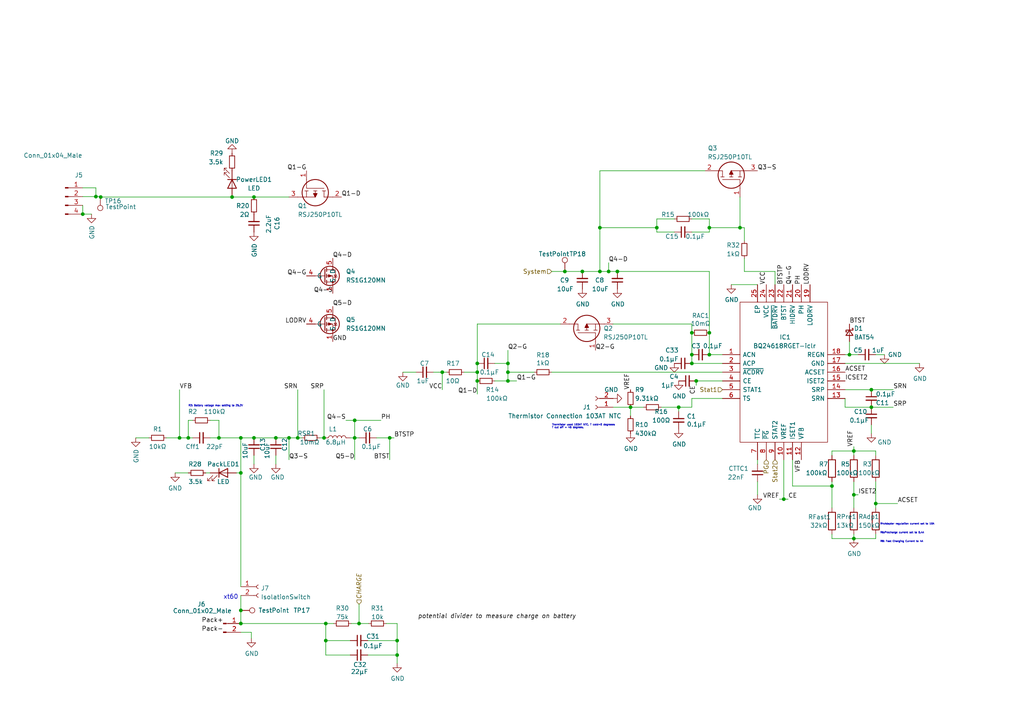
<source format=kicad_sch>
(kicad_sch (version 20211123) (generator eeschema)

  (uuid f28e56e7-283b-4b9a-ae27-95e89770fbf8)

  (paper "A4")

  (lib_symbols
    (symbol "Connector:Conn_01x02_Female" (pin_names (offset 1.016) hide) (in_bom yes) (on_board yes)
      (property "Reference" "J" (id 0) (at 0 2.54 0)
        (effects (font (size 1.27 1.27)))
      )
      (property "Value" "Conn_01x02_Female" (id 1) (at 0 -5.08 0)
        (effects (font (size 1.27 1.27)))
      )
      (property "Footprint" "" (id 2) (at 0 0 0)
        (effects (font (size 1.27 1.27)) hide)
      )
      (property "Datasheet" "~" (id 3) (at 0 0 0)
        (effects (font (size 1.27 1.27)) hide)
      )
      (property "ki_keywords" "connector" (id 4) (at 0 0 0)
        (effects (font (size 1.27 1.27)) hide)
      )
      (property "ki_description" "Generic connector, single row, 01x02, script generated (kicad-library-utils/schlib/autogen/connector/)" (id 5) (at 0 0 0)
        (effects (font (size 1.27 1.27)) hide)
      )
      (property "ki_fp_filters" "Connector*:*_1x??_*" (id 6) (at 0 0 0)
        (effects (font (size 1.27 1.27)) hide)
      )
      (symbol "Conn_01x02_Female_1_1"
        (arc (start 0 -2.032) (mid -0.508 -2.54) (end 0 -3.048)
          (stroke (width 0.1524) (type default) (color 0 0 0 0))
          (fill (type none))
        )
        (polyline
          (pts
            (xy -1.27 -2.54)
            (xy -0.508 -2.54)
          )
          (stroke (width 0.1524) (type default) (color 0 0 0 0))
          (fill (type none))
        )
        (polyline
          (pts
            (xy -1.27 0)
            (xy -0.508 0)
          )
          (stroke (width 0.1524) (type default) (color 0 0 0 0))
          (fill (type none))
        )
        (arc (start 0 0.508) (mid -0.508 0) (end 0 -0.508)
          (stroke (width 0.1524) (type default) (color 0 0 0 0))
          (fill (type none))
        )
        (pin passive line (at -5.08 0 0) (length 3.81)
          (name "Pin_1" (effects (font (size 1.27 1.27))))
          (number "1" (effects (font (size 1.27 1.27))))
        )
        (pin passive line (at -5.08 -2.54 0) (length 3.81)
          (name "Pin_2" (effects (font (size 1.27 1.27))))
          (number "2" (effects (font (size 1.27 1.27))))
        )
      )
    )
    (symbol "Connector:Conn_01x02_Male" (pin_names (offset 1.016) hide) (in_bom yes) (on_board yes)
      (property "Reference" "J" (id 0) (at 0 2.54 0)
        (effects (font (size 1.27 1.27)))
      )
      (property "Value" "Conn_01x02_Male" (id 1) (at 0 -5.08 0)
        (effects (font (size 1.27 1.27)))
      )
      (property "Footprint" "" (id 2) (at 0 0 0)
        (effects (font (size 1.27 1.27)) hide)
      )
      (property "Datasheet" "~" (id 3) (at 0 0 0)
        (effects (font (size 1.27 1.27)) hide)
      )
      (property "ki_keywords" "connector" (id 4) (at 0 0 0)
        (effects (font (size 1.27 1.27)) hide)
      )
      (property "ki_description" "Generic connector, single row, 01x02, script generated (kicad-library-utils/schlib/autogen/connector/)" (id 5) (at 0 0 0)
        (effects (font (size 1.27 1.27)) hide)
      )
      (property "ki_fp_filters" "Connector*:*_1x??_*" (id 6) (at 0 0 0)
        (effects (font (size 1.27 1.27)) hide)
      )
      (symbol "Conn_01x02_Male_1_1"
        (polyline
          (pts
            (xy 1.27 -2.54)
            (xy 0.8636 -2.54)
          )
          (stroke (width 0.1524) (type default) (color 0 0 0 0))
          (fill (type none))
        )
        (polyline
          (pts
            (xy 1.27 0)
            (xy 0.8636 0)
          )
          (stroke (width 0.1524) (type default) (color 0 0 0 0))
          (fill (type none))
        )
        (rectangle (start 0.8636 -2.413) (end 0 -2.667)
          (stroke (width 0.1524) (type default) (color 0 0 0 0))
          (fill (type outline))
        )
        (rectangle (start 0.8636 0.127) (end 0 -0.127)
          (stroke (width 0.1524) (type default) (color 0 0 0 0))
          (fill (type outline))
        )
        (pin passive line (at 5.08 0 180) (length 3.81)
          (name "Pin_1" (effects (font (size 1.27 1.27))))
          (number "1" (effects (font (size 1.27 1.27))))
        )
        (pin passive line (at 5.08 -2.54 180) (length 3.81)
          (name "Pin_2" (effects (font (size 1.27 1.27))))
          (number "2" (effects (font (size 1.27 1.27))))
        )
      )
    )
    (symbol "Connector:Conn_01x04_Male" (pin_names (offset 1.016) hide) (in_bom yes) (on_board yes)
      (property "Reference" "J" (id 0) (at 0 5.08 0)
        (effects (font (size 1.27 1.27)))
      )
      (property "Value" "Conn_01x04_Male" (id 1) (at 0 -7.62 0)
        (effects (font (size 1.27 1.27)))
      )
      (property "Footprint" "" (id 2) (at 0 0 0)
        (effects (font (size 1.27 1.27)) hide)
      )
      (property "Datasheet" "~" (id 3) (at 0 0 0)
        (effects (font (size 1.27 1.27)) hide)
      )
      (property "ki_keywords" "connector" (id 4) (at 0 0 0)
        (effects (font (size 1.27 1.27)) hide)
      )
      (property "ki_description" "Generic connector, single row, 01x04, script generated (kicad-library-utils/schlib/autogen/connector/)" (id 5) (at 0 0 0)
        (effects (font (size 1.27 1.27)) hide)
      )
      (property "ki_fp_filters" "Connector*:*_1x??_*" (id 6) (at 0 0 0)
        (effects (font (size 1.27 1.27)) hide)
      )
      (symbol "Conn_01x04_Male_1_1"
        (polyline
          (pts
            (xy 1.27 -5.08)
            (xy 0.8636 -5.08)
          )
          (stroke (width 0.1524) (type default) (color 0 0 0 0))
          (fill (type none))
        )
        (polyline
          (pts
            (xy 1.27 -2.54)
            (xy 0.8636 -2.54)
          )
          (stroke (width 0.1524) (type default) (color 0 0 0 0))
          (fill (type none))
        )
        (polyline
          (pts
            (xy 1.27 0)
            (xy 0.8636 0)
          )
          (stroke (width 0.1524) (type default) (color 0 0 0 0))
          (fill (type none))
        )
        (polyline
          (pts
            (xy 1.27 2.54)
            (xy 0.8636 2.54)
          )
          (stroke (width 0.1524) (type default) (color 0 0 0 0))
          (fill (type none))
        )
        (rectangle (start 0.8636 -4.953) (end 0 -5.207)
          (stroke (width 0.1524) (type default) (color 0 0 0 0))
          (fill (type outline))
        )
        (rectangle (start 0.8636 -2.413) (end 0 -2.667)
          (stroke (width 0.1524) (type default) (color 0 0 0 0))
          (fill (type outline))
        )
        (rectangle (start 0.8636 0.127) (end 0 -0.127)
          (stroke (width 0.1524) (type default) (color 0 0 0 0))
          (fill (type outline))
        )
        (rectangle (start 0.8636 2.667) (end 0 2.413)
          (stroke (width 0.1524) (type default) (color 0 0 0 0))
          (fill (type outline))
        )
        (pin passive line (at 5.08 2.54 180) (length 3.81)
          (name "Pin_1" (effects (font (size 1.27 1.27))))
          (number "1" (effects (font (size 1.27 1.27))))
        )
        (pin passive line (at 5.08 0 180) (length 3.81)
          (name "Pin_2" (effects (font (size 1.27 1.27))))
          (number "2" (effects (font (size 1.27 1.27))))
        )
        (pin passive line (at 5.08 -2.54 180) (length 3.81)
          (name "Pin_3" (effects (font (size 1.27 1.27))))
          (number "3" (effects (font (size 1.27 1.27))))
        )
        (pin passive line (at 5.08 -5.08 180) (length 3.81)
          (name "Pin_4" (effects (font (size 1.27 1.27))))
          (number "4" (effects (font (size 1.27 1.27))))
        )
      )
    )
    (symbol "Connector:TestPoint" (pin_numbers hide) (pin_names (offset 0.762) hide) (in_bom yes) (on_board yes)
      (property "Reference" "TP" (id 0) (at 0 6.858 0)
        (effects (font (size 1.27 1.27)))
      )
      (property "Value" "TestPoint" (id 1) (at 0 5.08 0)
        (effects (font (size 1.27 1.27)))
      )
      (property "Footprint" "" (id 2) (at 5.08 0 0)
        (effects (font (size 1.27 1.27)) hide)
      )
      (property "Datasheet" "~" (id 3) (at 5.08 0 0)
        (effects (font (size 1.27 1.27)) hide)
      )
      (property "ki_keywords" "test point tp" (id 4) (at 0 0 0)
        (effects (font (size 1.27 1.27)) hide)
      )
      (property "ki_description" "test point" (id 5) (at 0 0 0)
        (effects (font (size 1.27 1.27)) hide)
      )
      (property "ki_fp_filters" "Pin* Test*" (id 6) (at 0 0 0)
        (effects (font (size 1.27 1.27)) hide)
      )
      (symbol "TestPoint_0_1"
        (circle (center 0 3.302) (radius 0.762)
          (stroke (width 0) (type default) (color 0 0 0 0))
          (fill (type none))
        )
      )
      (symbol "TestPoint_1_1"
        (pin passive line (at 0 0 90) (length 2.54)
          (name "1" (effects (font (size 1.27 1.27))))
          (number "1" (effects (font (size 1.27 1.27))))
        )
      )
    )
    (symbol "Device:C_Small" (pin_numbers hide) (pin_names (offset 0.254) hide) (in_bom yes) (on_board yes)
      (property "Reference" "C" (id 0) (at 0.254 1.778 0)
        (effects (font (size 1.27 1.27)) (justify left))
      )
      (property "Value" "C_Small" (id 1) (at 0.254 -2.032 0)
        (effects (font (size 1.27 1.27)) (justify left))
      )
      (property "Footprint" "" (id 2) (at 0 0 0)
        (effects (font (size 1.27 1.27)) hide)
      )
      (property "Datasheet" "~" (id 3) (at 0 0 0)
        (effects (font (size 1.27 1.27)) hide)
      )
      (property "ki_keywords" "capacitor cap" (id 4) (at 0 0 0)
        (effects (font (size 1.27 1.27)) hide)
      )
      (property "ki_description" "Unpolarized capacitor, small symbol" (id 5) (at 0 0 0)
        (effects (font (size 1.27 1.27)) hide)
      )
      (property "ki_fp_filters" "C_*" (id 6) (at 0 0 0)
        (effects (font (size 1.27 1.27)) hide)
      )
      (symbol "C_Small_0_1"
        (polyline
          (pts
            (xy -1.524 -0.508)
            (xy 1.524 -0.508)
          )
          (stroke (width 0.3302) (type default) (color 0 0 0 0))
          (fill (type none))
        )
        (polyline
          (pts
            (xy -1.524 0.508)
            (xy 1.524 0.508)
          )
          (stroke (width 0.3048) (type default) (color 0 0 0 0))
          (fill (type none))
        )
      )
      (symbol "C_Small_1_1"
        (pin passive line (at 0 2.54 270) (length 2.032)
          (name "~" (effects (font (size 1.27 1.27))))
          (number "1" (effects (font (size 1.27 1.27))))
        )
        (pin passive line (at 0 -2.54 90) (length 2.032)
          (name "~" (effects (font (size 1.27 1.27))))
          (number "2" (effects (font (size 1.27 1.27))))
        )
      )
    )
    (symbol "Device:D_Schottky_Small" (pin_numbers hide) (pin_names (offset 0.254) hide) (in_bom yes) (on_board yes)
      (property "Reference" "D" (id 0) (at -1.27 2.032 0)
        (effects (font (size 1.27 1.27)) (justify left))
      )
      (property "Value" "D_Schottky_Small" (id 1) (at -7.112 -2.032 0)
        (effects (font (size 1.27 1.27)) (justify left))
      )
      (property "Footprint" "" (id 2) (at 0 0 90)
        (effects (font (size 1.27 1.27)) hide)
      )
      (property "Datasheet" "~" (id 3) (at 0 0 90)
        (effects (font (size 1.27 1.27)) hide)
      )
      (property "ki_keywords" "diode Schottky" (id 4) (at 0 0 0)
        (effects (font (size 1.27 1.27)) hide)
      )
      (property "ki_description" "Schottky diode, small symbol" (id 5) (at 0 0 0)
        (effects (font (size 1.27 1.27)) hide)
      )
      (property "ki_fp_filters" "TO-???* *_Diode_* *SingleDiode* D_*" (id 6) (at 0 0 0)
        (effects (font (size 1.27 1.27)) hide)
      )
      (symbol "D_Schottky_Small_0_1"
        (polyline
          (pts
            (xy -0.762 0)
            (xy 0.762 0)
          )
          (stroke (width 0) (type default) (color 0 0 0 0))
          (fill (type none))
        )
        (polyline
          (pts
            (xy 0.762 -1.016)
            (xy -0.762 0)
            (xy 0.762 1.016)
            (xy 0.762 -1.016)
          )
          (stroke (width 0.254) (type default) (color 0 0 0 0))
          (fill (type none))
        )
        (polyline
          (pts
            (xy -1.27 0.762)
            (xy -1.27 1.016)
            (xy -0.762 1.016)
            (xy -0.762 -1.016)
            (xy -0.254 -1.016)
            (xy -0.254 -0.762)
          )
          (stroke (width 0.254) (type default) (color 0 0 0 0))
          (fill (type none))
        )
      )
      (symbol "D_Schottky_Small_1_1"
        (pin passive line (at -2.54 0 0) (length 1.778)
          (name "K" (effects (font (size 1.27 1.27))))
          (number "1" (effects (font (size 1.27 1.27))))
        )
        (pin passive line (at 2.54 0 180) (length 1.778)
          (name "A" (effects (font (size 1.27 1.27))))
          (number "2" (effects (font (size 1.27 1.27))))
        )
      )
    )
    (symbol "Device:L" (pin_numbers hide) (pin_names (offset 1.016) hide) (in_bom yes) (on_board yes)
      (property "Reference" "L" (id 0) (at -1.27 0 90)
        (effects (font (size 1.27 1.27)))
      )
      (property "Value" "L" (id 1) (at 1.905 0 90)
        (effects (font (size 1.27 1.27)))
      )
      (property "Footprint" "" (id 2) (at 0 0 0)
        (effects (font (size 1.27 1.27)) hide)
      )
      (property "Datasheet" "~" (id 3) (at 0 0 0)
        (effects (font (size 1.27 1.27)) hide)
      )
      (property "ki_keywords" "inductor choke coil reactor magnetic" (id 4) (at 0 0 0)
        (effects (font (size 1.27 1.27)) hide)
      )
      (property "ki_description" "Inductor" (id 5) (at 0 0 0)
        (effects (font (size 1.27 1.27)) hide)
      )
      (property "ki_fp_filters" "Choke_* *Coil* Inductor_* L_*" (id 6) (at 0 0 0)
        (effects (font (size 1.27 1.27)) hide)
      )
      (symbol "L_0_1"
        (arc (start 0 -2.54) (mid 0.635 -1.905) (end 0 -1.27)
          (stroke (width 0) (type default) (color 0 0 0 0))
          (fill (type none))
        )
        (arc (start 0 -1.27) (mid 0.635 -0.635) (end 0 0)
          (stroke (width 0) (type default) (color 0 0 0 0))
          (fill (type none))
        )
        (arc (start 0 0) (mid 0.635 0.635) (end 0 1.27)
          (stroke (width 0) (type default) (color 0 0 0 0))
          (fill (type none))
        )
        (arc (start 0 1.27) (mid 0.635 1.905) (end 0 2.54)
          (stroke (width 0) (type default) (color 0 0 0 0))
          (fill (type none))
        )
      )
      (symbol "L_1_1"
        (pin passive line (at 0 3.81 270) (length 1.27)
          (name "1" (effects (font (size 1.27 1.27))))
          (number "1" (effects (font (size 1.27 1.27))))
        )
        (pin passive line (at 0 -3.81 90) (length 1.27)
          (name "2" (effects (font (size 1.27 1.27))))
          (number "2" (effects (font (size 1.27 1.27))))
        )
      )
    )
    (symbol "Device:LED" (pin_numbers hide) (pin_names (offset 1.016) hide) (in_bom yes) (on_board yes)
      (property "Reference" "D" (id 0) (at 0 2.54 0)
        (effects (font (size 1.27 1.27)))
      )
      (property "Value" "LED" (id 1) (at 0 -2.54 0)
        (effects (font (size 1.27 1.27)))
      )
      (property "Footprint" "" (id 2) (at 0 0 0)
        (effects (font (size 1.27 1.27)) hide)
      )
      (property "Datasheet" "~" (id 3) (at 0 0 0)
        (effects (font (size 1.27 1.27)) hide)
      )
      (property "ki_keywords" "LED diode" (id 4) (at 0 0 0)
        (effects (font (size 1.27 1.27)) hide)
      )
      (property "ki_description" "Light emitting diode" (id 5) (at 0 0 0)
        (effects (font (size 1.27 1.27)) hide)
      )
      (property "ki_fp_filters" "LED* LED_SMD:* LED_THT:*" (id 6) (at 0 0 0)
        (effects (font (size 1.27 1.27)) hide)
      )
      (symbol "LED_0_1"
        (polyline
          (pts
            (xy -1.27 -1.27)
            (xy -1.27 1.27)
          )
          (stroke (width 0.254) (type default) (color 0 0 0 0))
          (fill (type none))
        )
        (polyline
          (pts
            (xy -1.27 0)
            (xy 1.27 0)
          )
          (stroke (width 0) (type default) (color 0 0 0 0))
          (fill (type none))
        )
        (polyline
          (pts
            (xy 1.27 -1.27)
            (xy 1.27 1.27)
            (xy -1.27 0)
            (xy 1.27 -1.27)
          )
          (stroke (width 0.254) (type default) (color 0 0 0 0))
          (fill (type none))
        )
        (polyline
          (pts
            (xy -3.048 -0.762)
            (xy -4.572 -2.286)
            (xy -3.81 -2.286)
            (xy -4.572 -2.286)
            (xy -4.572 -1.524)
          )
          (stroke (width 0) (type default) (color 0 0 0 0))
          (fill (type none))
        )
        (polyline
          (pts
            (xy -1.778 -0.762)
            (xy -3.302 -2.286)
            (xy -2.54 -2.286)
            (xy -3.302 -2.286)
            (xy -3.302 -1.524)
          )
          (stroke (width 0) (type default) (color 0 0 0 0))
          (fill (type none))
        )
      )
      (symbol "LED_1_1"
        (pin passive line (at -3.81 0 0) (length 2.54)
          (name "K" (effects (font (size 1.27 1.27))))
          (number "1" (effects (font (size 1.27 1.27))))
        )
        (pin passive line (at 3.81 0 180) (length 2.54)
          (name "A" (effects (font (size 1.27 1.27))))
          (number "2" (effects (font (size 1.27 1.27))))
        )
      )
    )
    (symbol "Device:R" (pin_numbers hide) (pin_names (offset 0)) (in_bom yes) (on_board yes)
      (property "Reference" "R" (id 0) (at 2.032 0 90)
        (effects (font (size 1.27 1.27)))
      )
      (property "Value" "R" (id 1) (at 0 0 90)
        (effects (font (size 1.27 1.27)))
      )
      (property "Footprint" "" (id 2) (at -1.778 0 90)
        (effects (font (size 1.27 1.27)) hide)
      )
      (property "Datasheet" "~" (id 3) (at 0 0 0)
        (effects (font (size 1.27 1.27)) hide)
      )
      (property "ki_keywords" "R res resistor" (id 4) (at 0 0 0)
        (effects (font (size 1.27 1.27)) hide)
      )
      (property "ki_description" "Resistor" (id 5) (at 0 0 0)
        (effects (font (size 1.27 1.27)) hide)
      )
      (property "ki_fp_filters" "R_*" (id 6) (at 0 0 0)
        (effects (font (size 1.27 1.27)) hide)
      )
      (symbol "R_0_1"
        (rectangle (start -1.016 -2.54) (end 1.016 2.54)
          (stroke (width 0.254) (type default) (color 0 0 0 0))
          (fill (type none))
        )
      )
      (symbol "R_1_1"
        (pin passive line (at 0 3.81 270) (length 1.27)
          (name "~" (effects (font (size 1.27 1.27))))
          (number "1" (effects (font (size 1.27 1.27))))
        )
        (pin passive line (at 0 -3.81 90) (length 1.27)
          (name "~" (effects (font (size 1.27 1.27))))
          (number "2" (effects (font (size 1.27 1.27))))
        )
      )
    )
    (symbol "Device:R_Small" (pin_numbers hide) (pin_names (offset 0.254) hide) (in_bom yes) (on_board yes)
      (property "Reference" "R" (id 0) (at 0.762 0.508 0)
        (effects (font (size 1.27 1.27)) (justify left))
      )
      (property "Value" "R_Small" (id 1) (at 0.762 -1.016 0)
        (effects (font (size 1.27 1.27)) (justify left))
      )
      (property "Footprint" "" (id 2) (at 0 0 0)
        (effects (font (size 1.27 1.27)) hide)
      )
      (property "Datasheet" "~" (id 3) (at 0 0 0)
        (effects (font (size 1.27 1.27)) hide)
      )
      (property "ki_keywords" "R resistor" (id 4) (at 0 0 0)
        (effects (font (size 1.27 1.27)) hide)
      )
      (property "ki_description" "Resistor, small symbol" (id 5) (at 0 0 0)
        (effects (font (size 1.27 1.27)) hide)
      )
      (property "ki_fp_filters" "R_*" (id 6) (at 0 0 0)
        (effects (font (size 1.27 1.27)) hide)
      )
      (symbol "R_Small_0_1"
        (rectangle (start -0.762 1.778) (end 0.762 -1.778)
          (stroke (width 0.2032) (type default) (color 0 0 0 0))
          (fill (type none))
        )
      )
      (symbol "R_Small_1_1"
        (pin passive line (at 0 2.54 270) (length 0.762)
          (name "~" (effects (font (size 1.27 1.27))))
          (number "1" (effects (font (size 1.27 1.27))))
        )
        (pin passive line (at 0 -2.54 90) (length 0.762)
          (name "~" (effects (font (size 1.27 1.27))))
          (number "2" (effects (font (size 1.27 1.27))))
        )
      )
    )
    (symbol "iclr:BQ24618RGET-iclr" (pin_names (offset 0.762)) (in_bom yes) (on_board yes)
      (property "Reference" "IC" (id 0) (at 31.75 20.32 0)
        (effects (font (size 1.27 1.27)) (justify left))
      )
      (property "Value" "BQ24618RGET-iclr" (id 1) (at 31.75 17.78 0)
        (effects (font (size 1.27 1.27)) (justify left))
      )
      (property "Footprint" "QFN50P400X400X100-25N-D" (id 2) (at 31.75 15.24 0)
        (effects (font (size 1.27 1.27)) (justify left) hide)
      )
      (property "Datasheet" "http://www.ti.com/lit/gpn/bq24618" (id 3) (at 31.75 12.7 0)
        (effects (font (size 1.27 1.27)) (justify left) hide)
      )
      (property "Description" "Stand-Alone USB-Friendly Synchronous Switch-Mode Li-Ion or Li-Polymer Battery Charger " (id 4) (at 31.75 10.16 0)
        (effects (font (size 1.27 1.27)) (justify left) hide)
      )
      (property "Height" "1" (id 5) (at 31.75 7.62 0)
        (effects (font (size 1.27 1.27)) (justify left) hide)
      )
      (property "Manufacturer_Name" "Texas Instruments" (id 6) (at 31.75 5.08 0)
        (effects (font (size 1.27 1.27)) (justify left) hide)
      )
      (property "Manufacturer_Part_Number" "BQ24618RGET" (id 7) (at 31.75 2.54 0)
        (effects (font (size 1.27 1.27)) (justify left) hide)
      )
      (property "Mouser Part Number" "595-BQ24618RGET" (id 8) (at 31.75 0 0)
        (effects (font (size 1.27 1.27)) (justify left) hide)
      )
      (property "Mouser Price/Stock" "https://www.mouser.co.uk/ProductDetail/Texas-Instruments/BQ24618RGET?qs=g5raLcSarOYqImwS4qptMw%3D%3D" (id 9) (at 31.75 -2.54 0)
        (effects (font (size 1.27 1.27)) (justify left) hide)
      )
      (property "Arrow Part Number" "BQ24618RGET" (id 10) (at 31.75 -5.08 0)
        (effects (font (size 1.27 1.27)) (justify left) hide)
      )
      (property "Arrow Price/Stock" "https://www.arrow.com/en/products/bq24618rget/texas-instruments?region=nac" (id 11) (at 31.75 -7.62 0)
        (effects (font (size 1.27 1.27)) (justify left) hide)
      )
      (symbol "BQ24618RGET-iclr_0_0"
        (pin passive line (at 0 0 0) (length 5.08)
          (name "ACN" (effects (font (size 1.27 1.27))))
          (number "1" (effects (font (size 1.27 1.27))))
        )
        (pin passive line (at 17.78 -30.48 90) (length 5.08)
          (name "VREF" (effects (font (size 1.27 1.27))))
          (number "10" (effects (font (size 1.27 1.27))))
        )
        (pin passive line (at 20.32 -30.48 90) (length 5.08)
          (name "ISET1" (effects (font (size 1.27 1.27))))
          (number "11" (effects (font (size 1.27 1.27))))
        )
        (pin passive line (at 22.86 -30.48 90) (length 5.08)
          (name "VFB" (effects (font (size 1.27 1.27))))
          (number "12" (effects (font (size 1.27 1.27))))
        )
        (pin passive line (at 35.56 -12.7 180) (length 5.08)
          (name "SRN" (effects (font (size 1.27 1.27))))
          (number "13" (effects (font (size 1.27 1.27))))
        )
        (pin passive line (at 35.56 -10.16 180) (length 5.08)
          (name "SRP" (effects (font (size 1.27 1.27))))
          (number "14" (effects (font (size 1.27 1.27))))
        )
        (pin passive line (at 35.56 -7.62 180) (length 5.08)
          (name "ISET2" (effects (font (size 1.27 1.27))))
          (number "15" (effects (font (size 1.27 1.27))))
        )
        (pin passive line (at 35.56 -5.08 180) (length 5.08)
          (name "ACSET" (effects (font (size 1.27 1.27))))
          (number "16" (effects (font (size 1.27 1.27))))
        )
        (pin passive line (at 35.56 -2.54 180) (length 5.08)
          (name "GND" (effects (font (size 1.27 1.27))))
          (number "17" (effects (font (size 1.27 1.27))))
        )
        (pin passive line (at 35.56 0 180) (length 5.08)
          (name "REGN" (effects (font (size 1.27 1.27))))
          (number "18" (effects (font (size 1.27 1.27))))
        )
        (pin passive line (at 25.4 20.32 270) (length 5.08)
          (name "LODRV" (effects (font (size 1.27 1.27))))
          (number "19" (effects (font (size 1.27 1.27))))
        )
        (pin passive line (at 0 -2.54 0) (length 5.08)
          (name "ACP" (effects (font (size 1.27 1.27))))
          (number "2" (effects (font (size 1.27 1.27))))
        )
        (pin passive line (at 22.86 20.32 270) (length 5.08)
          (name "PH" (effects (font (size 1.27 1.27))))
          (number "20" (effects (font (size 1.27 1.27))))
        )
        (pin passive line (at 20.32 20.32 270) (length 5.08)
          (name "HIDRV" (effects (font (size 1.27 1.27))))
          (number "21" (effects (font (size 1.27 1.27))))
        )
        (pin passive line (at 17.78 20.32 270) (length 5.08)
          (name "BTST" (effects (font (size 1.27 1.27))))
          (number "22" (effects (font (size 1.27 1.27))))
        )
        (pin passive line (at 15.24 20.32 270) (length 5.08)
          (name "~{BATDRV}" (effects (font (size 1.27 1.27))))
          (number "23" (effects (font (size 1.27 1.27))))
        )
        (pin passive line (at 12.7 20.32 270) (length 5.08)
          (name "VCC" (effects (font (size 1.27 1.27))))
          (number "24" (effects (font (size 1.27 1.27))))
        )
        (pin passive line (at 10.16 20.32 270) (length 5.08)
          (name "EP" (effects (font (size 1.27 1.27))))
          (number "25" (effects (font (size 1.27 1.27))))
        )
        (pin passive line (at 0 -5.08 0) (length 5.08)
          (name "~{ACDRV}" (effects (font (size 1.27 1.27))))
          (number "3" (effects (font (size 1.27 1.27))))
        )
        (pin passive line (at 0 -7.62 0) (length 5.08)
          (name "CE" (effects (font (size 1.27 1.27))))
          (number "4" (effects (font (size 1.27 1.27))))
        )
        (pin passive line (at 0 -10.16 0) (length 5.08)
          (name "STAT1" (effects (font (size 1.27 1.27))))
          (number "5" (effects (font (size 1.27 1.27))))
        )
        (pin passive line (at 0 -12.7 0) (length 5.08)
          (name "TS" (effects (font (size 1.27 1.27))))
          (number "6" (effects (font (size 1.27 1.27))))
        )
        (pin passive line (at 10.16 -30.48 90) (length 5.08)
          (name "TTC" (effects (font (size 1.27 1.27))))
          (number "7" (effects (font (size 1.27 1.27))))
        )
        (pin passive line (at 12.7 -30.48 90) (length 5.08)
          (name "~{PG}" (effects (font (size 1.27 1.27))))
          (number "8" (effects (font (size 1.27 1.27))))
        )
        (pin passive line (at 15.24 -30.48 90) (length 5.08)
          (name "STAT2" (effects (font (size 1.27 1.27))))
          (number "9" (effects (font (size 1.27 1.27))))
        )
      )
      (symbol "BQ24618RGET-iclr_0_1"
        (polyline
          (pts
            (xy 5.08 15.24)
            (xy 30.48 15.24)
            (xy 30.48 -25.4)
            (xy 5.08 -25.4)
            (xy 5.08 15.24)
          )
          (stroke (width 0.1524) (type default) (color 0 0 0 0))
          (fill (type none))
        )
      )
    )
    (symbol "iclr:RS1G120MN" (in_bom yes) (on_board yes)
      (property "Reference" "Q" (id 0) (at 5.08 -13.97 0)
        (effects (font (size 1.27 1.27)))
      )
      (property "Value" "RS1G120MN" (id 1) (at 10.16 -16.51 0)
        (effects (font (size 1.27 1.27)))
      )
      (property "Footprint" "Package_SO:HSOP-8-1EP_3.9x4.9mm_P1.27mm_EP2.41x3.1mm" (id 2) (at 22.86 -30.48 0)
        (effects (font (size 1.27 1.27)) hide)
      )
      (property "Datasheet" "https://www.mouser.co.uk/datasheet/2/348/rs1g120mntb-e-1873230.pdf" (id 3) (at 22.86 -30.48 0)
        (effects (font (size 1.27 1.27)) hide)
      )
      (symbol "RS1G120MN_0_1"
        (polyline
          (pts
            (xy -1.016 -15.24)
            (xy -3.81 -15.24)
          )
          (stroke (width 0) (type default) (color 0 0 0 0))
          (fill (type none))
        )
        (polyline
          (pts
            (xy -1.016 -13.335)
            (xy -1.016 -17.145)
          )
          (stroke (width 0.254) (type default) (color 0 0 0 0))
          (fill (type none))
        )
        (polyline
          (pts
            (xy -0.508 -16.51)
            (xy -0.508 -17.526)
          )
          (stroke (width 0.254) (type default) (color 0 0 0 0))
          (fill (type none))
        )
        (polyline
          (pts
            (xy -0.508 -14.732)
            (xy -0.508 -15.748)
          )
          (stroke (width 0.254) (type default) (color 0 0 0 0))
          (fill (type none))
        )
        (polyline
          (pts
            (xy -0.508 -12.954)
            (xy -0.508 -13.97)
          )
          (stroke (width 0.254) (type default) (color 0 0 0 0))
          (fill (type none))
        )
        (polyline
          (pts
            (xy 1.27 -12.7)
            (xy 1.27 -13.462)
          )
          (stroke (width 0) (type default) (color 0 0 0 0))
          (fill (type none))
        )
        (polyline
          (pts
            (xy 1.27 -17.78)
            (xy 1.27 -15.24)
            (xy -0.508 -15.24)
          )
          (stroke (width 0) (type default) (color 0 0 0 0))
          (fill (type none))
        )
        (polyline
          (pts
            (xy -0.508 -13.462)
            (xy 2.032 -13.462)
            (xy 2.032 -17.018)
            (xy -0.508 -17.018)
          )
          (stroke (width 0) (type default) (color 0 0 0 0))
          (fill (type none))
        )
        (polyline
          (pts
            (xy 1.016 -15.24)
            (xy 0 -14.859)
            (xy 0 -15.621)
            (xy 1.016 -15.24)
          )
          (stroke (width 0) (type default) (color 0 0 0 0))
          (fill (type outline))
        )
        (polyline
          (pts
            (xy 1.524 -15.748)
            (xy 1.651 -15.621)
            (xy 2.413 -15.621)
            (xy 2.54 -15.494)
          )
          (stroke (width 0) (type default) (color 0 0 0 0))
          (fill (type none))
        )
        (polyline
          (pts
            (xy 2.032 -15.621)
            (xy 1.651 -14.986)
            (xy 2.413 -14.986)
            (xy 2.032 -15.621)
          )
          (stroke (width 0) (type default) (color 0 0 0 0))
          (fill (type none))
        )
        (circle (center 0.381 -15.24) (radius 2.794)
          (stroke (width 0.254) (type default) (color 0 0 0 0))
          (fill (type none))
        )
        (circle (center 1.27 -17.018) (radius 0.254)
          (stroke (width 0) (type default) (color 0 0 0 0))
          (fill (type outline))
        )
        (circle (center 1.27 -13.462) (radius 0.254)
          (stroke (width 0) (type default) (color 0 0 0 0))
          (fill (type outline))
        )
      )
      (symbol "RS1G120MN_1_1"
        (pin passive line (at 1.27 -20.32 90) (length 2.54)
          (name "S" (effects (font (size 1.27 1.27))))
          (number "1" (effects (font (size 1.27 1.27))))
        )
        (pin passive line (at 1.27 -20.32 90) (length 2.54) hide
          (name "S" (effects (font (size 1.27 1.27))))
          (number "2" (effects (font (size 1.27 1.27))))
        )
        (pin passive line (at 1.27 -20.32 90) (length 2.54) hide
          (name "S" (effects (font (size 1.27 1.27))))
          (number "3" (effects (font (size 1.27 1.27))))
        )
        (pin input line (at -6.35 -15.24 0) (length 2.54)
          (name "G" (effects (font (size 1.27 1.27))))
          (number "4" (effects (font (size 1.27 1.27))))
        )
        (pin passive line (at 1.27 -10.16 270) (length 2.54)
          (name "D" (effects (font (size 1.27 1.27))))
          (number "5" (effects (font (size 1.27 1.27))))
        )
        (pin passive line (at 1.27 -10.16 270) (length 2.54) hide
          (name "D" (effects (font (size 1.27 1.27))))
          (number "6" (effects (font (size 1.27 1.27))))
        )
        (pin passive line (at 1.27 -10.16 270) (length 2.54) hide
          (name "D" (effects (font (size 1.27 1.27))))
          (number "7" (effects (font (size 1.27 1.27))))
        )
        (pin passive line (at 1.27 -10.16 270) (length 2.54) hide
          (name "D" (effects (font (size 1.27 1.27))))
          (number "8" (effects (font (size 1.27 1.27))))
        )
        (pin passive line (at 1.27 -10.16 270) (length 2.54) hide
          (name "D" (effects (font (size 1.27 1.27))))
          (number "9" (effects (font (size 1.27 1.27))))
        )
      )
    )
    (symbol "iclr:RSJ250P10TL" (pin_names (offset 0.762)) (in_bom yes) (on_board yes)
      (property "Reference" "Q" (id 0) (at 11.43 3.81 0)
        (effects (font (size 1.27 1.27)) (justify left))
      )
      (property "Value" "RSJ250P10TL" (id 1) (at 11.43 1.27 0)
        (effects (font (size 1.27 1.27)) (justify left))
      )
      (property "Footprint" "RSJ151P10TL" (id 2) (at 11.43 -1.27 0)
        (effects (font (size 1.27 1.27)) (justify left) hide)
      )
      (property "Datasheet" "https://datasheet.datasheetarchive.com/originals/distributors/Datasheets_SAMA/152fd3a07a394fa8a8e4d6d952f7a43e.pdf" (id 3) (at 11.43 -3.81 0)
        (effects (font (size 1.27 1.27)) (justify left) hide)
      )
      (property "Description" "4V Drive Pch MOSFET: MOSFET, one of Fild Effect Transistors.  ROHM has low current type power MOSFETs  of high-efficiency / high breakdown resistance for switching power supply  to meet various needs in the market." (id 4) (at 11.43 -6.35 0)
        (effects (font (size 1.27 1.27)) (justify left) hide)
      )
      (property "Height" "2" (id 5) (at 11.43 -8.89 0)
        (effects (font (size 1.27 1.27)) (justify left) hide)
      )
      (property "Manufacturer_Name" "ROHM Semiconductor" (id 6) (at 11.43 -11.43 0)
        (effects (font (size 1.27 1.27)) (justify left) hide)
      )
      (property "Manufacturer_Part_Number" "RSJ250P10TL" (id 7) (at 11.43 -13.97 0)
        (effects (font (size 1.27 1.27)) (justify left) hide)
      )
      (property "Mouser Part Number" "755-RSJ250P10TL" (id 8) (at 11.43 -16.51 0)
        (effects (font (size 1.27 1.27)) (justify left) hide)
      )
      (property "Mouser Price/Stock" "https://www.mouser.co.uk/ProductDetail/ROHM-Semiconductor/RSJ250P10TL?qs=IsRgwgmxh693R2YQmG8Lng%3D%3D" (id 9) (at 11.43 -19.05 0)
        (effects (font (size 1.27 1.27)) (justify left) hide)
      )
      (property "Arrow Part Number" "" (id 10) (at 11.43 -21.59 0)
        (effects (font (size 1.27 1.27)) (justify left) hide)
      )
      (property "Arrow Price/Stock" "" (id 11) (at 11.43 -24.13 0)
        (effects (font (size 1.27 1.27)) (justify left) hide)
      )
      (property "ki_description" "4V Drive Pch MOSFET: MOSFET, one of Fild Effect Transistors.  ROHM has low current type power MOSFETs  of high-efficiency / high breakdown resistance for switching power supply  to meet various needs in the market." (id 12) (at 0 0 0)
        (effects (font (size 1.27 1.27)) hide)
      )
      (symbol "RSJ250P10TL_0_0"
        (pin passive line (at 0 0 0) (length 2.54)
          (name "~" (effects (font (size 1.27 1.27))))
          (number "1" (effects (font (size 1.27 1.27))))
        )
        (pin passive line (at 7.62 10.16 270) (length 2.54)
          (name "~" (effects (font (size 1.27 1.27))))
          (number "2" (effects (font (size 1.27 1.27))))
        )
        (pin passive line (at 7.62 -5.08 90) (length 2.54)
          (name "~" (effects (font (size 1.27 1.27))))
          (number "3" (effects (font (size 1.27 1.27))))
        )
      )
      (symbol "RSJ250P10TL_0_1"
        (polyline
          (pts
            (xy 5.842 -0.508)
            (xy 5.842 0.508)
          )
          (stroke (width 0.1524) (type default) (color 0 0 0 0))
          (fill (type none))
        )
        (polyline
          (pts
            (xy 5.842 0)
            (xy 7.62 0)
          )
          (stroke (width 0.1524) (type default) (color 0 0 0 0))
          (fill (type none))
        )
        (polyline
          (pts
            (xy 5.842 2.032)
            (xy 5.842 3.048)
          )
          (stroke (width 0.1524) (type default) (color 0 0 0 0))
          (fill (type none))
        )
        (polyline
          (pts
            (xy 5.842 5.588)
            (xy 5.842 4.572)
          )
          (stroke (width 0.1524) (type default) (color 0 0 0 0))
          (fill (type none))
        )
        (polyline
          (pts
            (xy 7.62 2.54)
            (xy 5.842 2.54)
          )
          (stroke (width 0.1524) (type default) (color 0 0 0 0))
          (fill (type none))
        )
        (polyline
          (pts
            (xy 7.62 2.54)
            (xy 7.62 -2.54)
          )
          (stroke (width 0.1524) (type default) (color 0 0 0 0))
          (fill (type none))
        )
        (polyline
          (pts
            (xy 7.62 5.08)
            (xy 5.842 5.08)
          )
          (stroke (width 0.1524) (type default) (color 0 0 0 0))
          (fill (type none))
        )
        (polyline
          (pts
            (xy 7.62 5.08)
            (xy 7.62 7.62)
          )
          (stroke (width 0.1524) (type default) (color 0 0 0 0))
          (fill (type none))
        )
        (polyline
          (pts
            (xy 2.54 0)
            (xy 5.08 0)
            (xy 5.08 5.08)
          )
          (stroke (width 0.1524) (type default) (color 0 0 0 0))
          (fill (type none))
        )
        (polyline
          (pts
            (xy 7.62 2.54)
            (xy 6.604 3.048)
            (xy 6.604 2.032)
            (xy 7.62 2.54)
          )
          (stroke (width 0.254) (type default) (color 0 0 0 0))
          (fill (type outline))
        )
        (circle (center 6.35 2.54) (radius 3.81)
          (stroke (width 0.254) (type default) (color 0 0 0 0))
          (fill (type none))
        )
      )
    )
    (symbol "power:GND" (power) (pin_names (offset 0)) (in_bom yes) (on_board yes)
      (property "Reference" "#PWR" (id 0) (at 0 -6.35 0)
        (effects (font (size 1.27 1.27)) hide)
      )
      (property "Value" "GND" (id 1) (at 0 -3.81 0)
        (effects (font (size 1.27 1.27)))
      )
      (property "Footprint" "" (id 2) (at 0 0 0)
        (effects (font (size 1.27 1.27)) hide)
      )
      (property "Datasheet" "" (id 3) (at 0 0 0)
        (effects (font (size 1.27 1.27)) hide)
      )
      (property "ki_keywords" "power-flag" (id 4) (at 0 0 0)
        (effects (font (size 1.27 1.27)) hide)
      )
      (property "ki_description" "Power symbol creates a global label with name \"GND\" , ground" (id 5) (at 0 0 0)
        (effects (font (size 1.27 1.27)) hide)
      )
      (symbol "GND_0_1"
        (polyline
          (pts
            (xy 0 0)
            (xy 0 -1.27)
            (xy 1.27 -1.27)
            (xy 0 -2.54)
            (xy -1.27 -1.27)
            (xy 0 -1.27)
          )
          (stroke (width 0) (type default) (color 0 0 0 0))
          (fill (type none))
        )
      )
      (symbol "GND_1_1"
        (pin power_in line (at 0 0 270) (length 0) hide
          (name "GND" (effects (font (size 1.27 1.27))))
          (number "1" (effects (font (size 1.27 1.27))))
        )
      )
    )
  )

  (junction (at 247.65 130.81) (diameter 0) (color 0 0 0 0)
    (uuid 02f8904b-a7b2-49dd-b392-764e7e29fb51)
  )
  (junction (at 102.87 121.92) (diameter 0) (color 0 0 0 0)
    (uuid 07652224-af43-42a2-841c-1883ba305bc4)
  )
  (junction (at 138.43 105.41) (diameter 0) (color 0 0 0 0)
    (uuid 099473f1-6598-46ff-a50f-4c520832170d)
  )
  (junction (at 252.73 118.11) (diameter 0) (color 0 0 0 0)
    (uuid 0ce1dd44-f307-4f98-9f0d-478fd87daa64)
  )
  (junction (at 69.85 177.038) (diameter 0) (color 0 0 0 0)
    (uuid 191a164f-e07f-43e1-bc93-87f597c2bb29)
  )
  (junction (at 254 146.05) (diameter 0) (color 0 0 0 0)
    (uuid 21492bcd-343a-4b2b-b55a-b4586c11bdeb)
  )
  (junction (at 138.43 107.95) (diameter 0) (color 0 0 0 0)
    (uuid 26a22c19-4cc5-4237-9651-0edc4f854154)
  )
  (junction (at 128.27 107.95) (diameter 0) (color 0 0 0 0)
    (uuid 2ee28fa9-d785-45a1-9a1b-1be02ad8cd0b)
  )
  (junction (at 252.73 113.03) (diameter 0) (color 0 0 0 0)
    (uuid 34ce7009-187e-4541-a14e-708b3a2903d9)
  )
  (junction (at 29.21 57.15) (diameter 0) (color 0 0 0 0)
    (uuid 35c62e81-4aab-4856-b42f-0ca4c05268d8)
  )
  (junction (at 80.01 127) (diameter 0) (color 0 0 0 0)
    (uuid 3ac0b812-e351-4f5c-8928-a161d67f6caa)
  )
  (junction (at 147.32 110.49) (diameter 0) (color 0 0 0 0)
    (uuid 3b65c51e-c243-447e-bee9-832d94c1630e)
  )
  (junction (at 205.74 102.87) (diameter 0) (color 0 0 0 0)
    (uuid 4086cbd7-6ba7-4e63-8da9-17e60627ee17)
  )
  (junction (at 138.43 110.49) (diameter 0) (color 0 0 0 0)
    (uuid 41c18011-40db-4384-9ba4-c0158d0d9d6a)
  )
  (junction (at 69.85 137.16) (diameter 0) (color 0 0 0 0)
    (uuid 446ff481-5488-4078-a955-122636ed3bff)
  )
  (junction (at 200.66 96.52) (diameter 0) (color 0 0 0 0)
    (uuid 4641c87c-bffa-41fe-ae77-be3a97a6f797)
  )
  (junction (at 69.85 127) (diameter 0) (color 0 0 0 0)
    (uuid 4f14e942-847c-4cce-b305-2406c3ef7be6)
  )
  (junction (at 94.488 185.801) (diameter 0) (color 0 0 0 0)
    (uuid 51cc92c6-0cdb-412b-9ce8-a09971e4f737)
  )
  (junction (at 241.3 140.97) (diameter 0) (color 0 0 0 0)
    (uuid 541721d1-074b-496e-a833-813044b3e8ca)
  )
  (junction (at 147.32 107.95) (diameter 0) (color 0 0 0 0)
    (uuid 57f248a7-365e-4c42-b80d-5a7d1f9dfaf3)
  )
  (junction (at 63.5 127) (diameter 0) (color 0 0 0 0)
    (uuid 59e09498-d26e-4ba7-b47d-fece2ea7c274)
  )
  (junction (at 163.83 78.74) (diameter 0) (color 0 0 0 0)
    (uuid 5a889284-4c9f-49be-8f02-e43e18550914)
  )
  (junction (at 102.87 127) (diameter 0) (color 0 0 0 0)
    (uuid 63286bbb-78a3-4368-a50a-f6bf5f1653b0)
  )
  (junction (at 205.74 96.52) (diameter 0) (color 0 0 0 0)
    (uuid 653a86ba-a1ae-4175-9d4c-c788087956d0)
  )
  (junction (at 247.65 143.51) (diameter 0) (color 0 0 0 0)
    (uuid 73ee7e03-97a8-4121-b568-c25f3934a935)
  )
  (junction (at 24.003 62.103) (diameter 0) (color 0 0 0 0)
    (uuid 776bb886-bdba-4512-bb03-32e1a04d31d5)
  )
  (junction (at 182.88 118.11) (diameter 0) (color 0 0 0 0)
    (uuid 7806469b-c133-4e19-b2d5-f2b690b4b2f3)
  )
  (junction (at 227.33 144.78) (diameter 0) (color 0 0 0 0)
    (uuid 7ca71fec-e7f1-454f-9196-b80d15925fff)
  )
  (junction (at 147.32 105.41) (diameter 0) (color 0 0 0 0)
    (uuid 80095e91-6317-4cfb-9aea-884c9a1accc5)
  )
  (junction (at 214.63 66.04) (diameter 0) (color 0 0 0 0)
    (uuid 809cb291-8a35-4160-a735-f0f5cbf2394f)
  )
  (junction (at 52.07 127) (diameter 0) (color 0 0 0 0)
    (uuid 832b5a8c-7fe2-47ff-beee-cebf840750bb)
  )
  (junction (at 176.53 78.74) (diameter 0) (color 0 0 0 0)
    (uuid 8a41bd8e-0692-4af3-85e0-aafddc6ac14d)
  )
  (junction (at 201.93 110.49) (diameter 0) (color 0 0 0 0)
    (uuid 8b3ba7fc-20b6-43c4-a020-80151e1caecc)
  )
  (junction (at 115.189 185.801) (diameter 0) (color 0 0 0 0)
    (uuid 917e398a-ed34-47e5-b647-cc62789423cb)
  )
  (junction (at 247.65 156.21) (diameter 0) (color 0 0 0 0)
    (uuid 92848721-49b5-4e4c-b042-6fd51e1d562f)
  )
  (junction (at 246.38 102.87) (diameter 0) (color 0 0 0 0)
    (uuid 92a23ed4-a5ea-4cea-bc33-0a83191a0d32)
  )
  (junction (at 173.99 66.04) (diameter 0) (color 0 0 0 0)
    (uuid 9ab678c4-9d52-40a1-b1b0-71e3b472f5a3)
  )
  (junction (at 104.14 180.848) (diameter 0) (color 0 0 0 0)
    (uuid a6b515fd-b694-4124-b49f-f92bd679b10c)
  )
  (junction (at 86.36 127) (diameter 0) (color 0 0 0 0)
    (uuid adcbf4d0-ed9c-4c7d-b78f-3bcbe974bdcb)
  )
  (junction (at 73.66 57.15) (diameter 0) (color 0 0 0 0)
    (uuid af6ac8e6-193c-4bd2-ac0b-7f515b538a8b)
  )
  (junction (at 113.03 127) (diameter 0) (color 0 0 0 0)
    (uuid b547dd70-2ea7-4cfd-a1ee-911561975d81)
  )
  (junction (at 94.488 180.848) (diameter 0) (color 0 0 0 0)
    (uuid b5bb2792-a8e6-4036-ac3e-88877abbccee)
  )
  (junction (at 67.31 57.15) (diameter 0) (color 0 0 0 0)
    (uuid b7dc4234-d9f0-4b1a-9d01-0f6652eb2d43)
  )
  (junction (at 54.61 127) (diameter 0) (color 0 0 0 0)
    (uuid b8b15b51-8345-4a1d-8ecf-04fc15b9e450)
  )
  (junction (at 200.66 102.87) (diameter 0) (color 0 0 0 0)
    (uuid bb8162f0-99c8-4884-be5b-c0d0c7e81ff6)
  )
  (junction (at 73.66 127) (diameter 0) (color 0 0 0 0)
    (uuid bcd78e21-0caa-4ac5-8a75-9fed3f8adf73)
  )
  (junction (at 200.66 105.41) (diameter 0) (color 0 0 0 0)
    (uuid c15b2f75-2e10-4b71-bebb-e2b872171b92)
  )
  (junction (at 179.07 78.74) (diameter 0) (color 0 0 0 0)
    (uuid c8725492-bfc8-4d6f-a864-443f6d065a1d)
  )
  (junction (at 168.91 78.74) (diameter 0) (color 0 0 0 0)
    (uuid ce171cf9-0768-4f94-b6a2-26a85a951636)
  )
  (junction (at 27.813 57.023) (diameter 0) (color 0 0 0 0)
    (uuid d2ebbf79-317f-417a-9661-7111441b7463)
  )
  (junction (at 115.189 189.992) (diameter 0) (color 0 0 0 0)
    (uuid e2d913ec-443b-44d2-b2e9-9668de65efb2)
  )
  (junction (at 173.99 78.74) (diameter 0) (color 0 0 0 0)
    (uuid e86e4fae-9ca7-4857-a93c-bc6a3048f887)
  )
  (junction (at 83.82 127) (diameter 0) (color 0 0 0 0)
    (uuid eafb53d1-7486-4935-b154-2efbffbed6ca)
  )
  (junction (at 69.85 180.848) (diameter 0) (color 0 0 0 0)
    (uuid f10613f3-d1b7-49f4-877c-706a9e25c792)
  )
  (junction (at 190.5 66.04) (diameter 0) (color 0 0 0 0)
    (uuid f14fbc86-18b1-404a-8f11-ba5d245ff2fd)
  )
  (junction (at 205.74 66.04) (diameter 0) (color 0 0 0 0)
    (uuid f23175af-e727-4f47-bfda-f36ef3f0f5eb)
  )
  (junction (at 93.98 127) (diameter 0) (color 0 0 0 0)
    (uuid f8621ac5-1e7e-4e87-8c69-5fd403df9470)
  )
  (junction (at 196.85 118.11) (diameter 0) (color 0 0 0 0)
    (uuid ff2f00dc-dff2-4a19-af27-f5c793a8d261)
  )

  (wire (pts (xy 48.26 127) (xy 52.07 127))
    (stroke (width 0) (type default) (color 0 0 0 0))
    (uuid 004b7456-c25a-480f-88f6-723c1bcd9939)
  )
  (wire (pts (xy 80.01 127) (xy 83.82 127))
    (stroke (width 0) (type default) (color 0 0 0 0))
    (uuid 011ecd3a-e25e-4762-b747-4117c86dad9d)
  )
  (wire (pts (xy 241.3 139.7) (xy 241.3 140.97))
    (stroke (width 0) (type default) (color 0 0 0 0))
    (uuid 015f5586-ba76-4a98-9114-f5cd2c67134d)
  )
  (wire (pts (xy 224.79 78.74) (xy 215.9 78.74))
    (stroke (width 0) (type default) (color 0 0 0 0))
    (uuid 082aed28-f9e8-49e7-96ee-b5aa9f0319c7)
  )
  (wire (pts (xy 173.99 49.53) (xy 204.47 49.53))
    (stroke (width 0) (type default) (color 0 0 0 0))
    (uuid 08da8f18-02c3-4a28-a400-670f01755980)
  )
  (wire (pts (xy 138.43 114.3) (xy 138.43 110.49))
    (stroke (width 0) (type default) (color 0 0 0 0))
    (uuid 09bbea88-8bd7-48ec-baae-1b4a9a11a40e)
  )
  (wire (pts (xy 73.66 127) (xy 80.01 127))
    (stroke (width 0) (type default) (color 0 0 0 0))
    (uuid 0a217eef-c1a1-4061-a479-5a89eb68680a)
  )
  (wire (pts (xy 69.85 180.848) (xy 94.488 180.848))
    (stroke (width 0) (type default) (color 0 0 0 0))
    (uuid 0d7c21c5-ede4-4efe-8854-f90d3355a93e)
  )
  (wire (pts (xy 128.27 107.95) (xy 129.54 107.95))
    (stroke (width 0) (type default) (color 0 0 0 0))
    (uuid 0e32af77-726b-4e11-9f99-2e2484ba9e9b)
  )
  (wire (pts (xy 205.74 96.52) (xy 205.74 102.87))
    (stroke (width 0) (type default) (color 0 0 0 0))
    (uuid 0f560957-a8c5-442f-b20c-c2d88613742c)
  )
  (wire (pts (xy 224.79 78.74) (xy 224.79 82.55))
    (stroke (width 0) (type default) (color 0 0 0 0))
    (uuid 10b20c6b-8045-46d1-a965-0d7dd9a1b5fa)
  )
  (wire (pts (xy 227.33 133.35) (xy 227.33 144.78))
    (stroke (width 0) (type default) (color 0 0 0 0))
    (uuid 112371bd-7aa2-4b47-b184-50d12afc2534)
  )
  (wire (pts (xy 69.85 127) (xy 69.85 137.16))
    (stroke (width 0) (type default) (color 0 0 0 0))
    (uuid 11c4b4c4-bf92-4c57-810f-c0814d93ff0c)
  )
  (wire (pts (xy 69.85 127) (xy 73.66 127))
    (stroke (width 0) (type default) (color 0 0 0 0))
    (uuid 1556fd88-63da-4138-8ec7-cc9a62356315)
  )
  (wire (pts (xy 147.32 105.41) (xy 147.32 107.95))
    (stroke (width 0) (type default) (color 0 0 0 0))
    (uuid 15699041-ed40-45ee-87d8-f5e206a88536)
  )
  (wire (pts (xy 29.21 57.15) (xy 67.31 57.15))
    (stroke (width 0) (type default) (color 0 0 0 0))
    (uuid 15cf150a-2924-49c9-a65a-98da9a89059a)
  )
  (wire (pts (xy 246.38 102.87) (xy 248.92 102.87))
    (stroke (width 0) (type default) (color 0 0 0 0))
    (uuid 165f4d8d-26a9-4cf2-a8d6-9936cd983be4)
  )
  (wire (pts (xy 252.73 118.11) (xy 259.08 118.11))
    (stroke (width 0) (type default) (color 0 0 0 0))
    (uuid 1732b93f-cd0e-4ca4-a905-bb406354ca33)
  )
  (wire (pts (xy 212.09 82.55) (xy 219.71 82.55))
    (stroke (width 0) (type default) (color 0 0 0 0))
    (uuid 179bbf57-e869-4b07-a3a5-af520e1afa9c)
  )
  (wire (pts (xy 138.43 110.49) (xy 138.43 107.95))
    (stroke (width 0) (type default) (color 0 0 0 0))
    (uuid 1876c30c-72b2-4a8d-9f32-bf8b213530b4)
  )
  (wire (pts (xy 254 156.21) (xy 254 154.94))
    (stroke (width 0) (type default) (color 0 0 0 0))
    (uuid 18f1018d-5857-4c32-a072-f3de80352f74)
  )
  (wire (pts (xy 143.51 110.49) (xy 147.32 110.49))
    (stroke (width 0) (type default) (color 0 0 0 0))
    (uuid 199124ca-dd64-45cf-a063-97cc545cbea7)
  )
  (wire (pts (xy 182.88 120.65) (xy 182.88 118.11))
    (stroke (width 0) (type default) (color 0 0 0 0))
    (uuid 1b98de85-f9de-4825-baf2-c96991615275)
  )
  (wire (pts (xy 143.51 105.41) (xy 147.32 105.41))
    (stroke (width 0) (type default) (color 0 0 0 0))
    (uuid 1bd80cf9-f42a-4aee-a408-9dbf4e81e625)
  )
  (wire (pts (xy 209.55 102.87) (xy 205.74 102.87))
    (stroke (width 0) (type default) (color 0 0 0 0))
    (uuid 1c9f6fea-1796-4a2d-80b3-ae22ce51c8f5)
  )
  (wire (pts (xy 50.8 137.16) (xy 54.61 137.16))
    (stroke (width 0) (type default) (color 0 0 0 0))
    (uuid 1cb27d17-20b6-415a-ac3d-b0322e0e3349)
  )
  (wire (pts (xy 190.5 66.04) (xy 190.5 67.31))
    (stroke (width 0) (type default) (color 0 0 0 0))
    (uuid 1d1fea00-b428-4b4c-b740-f20d2c7bab29)
  )
  (wire (pts (xy 205.74 66.04) (xy 214.63 66.04))
    (stroke (width 0) (type default) (color 0 0 0 0))
    (uuid 1dd4f269-a3cc-47d3-8af4-0f7b77b3a7c7)
  )
  (wire (pts (xy 200.66 105.41) (xy 209.55 105.41))
    (stroke (width 0) (type default) (color 0 0 0 0))
    (uuid 20901d7e-a300-4069-8967-a6a7e97a68bc)
  )
  (wire (pts (xy 173.99 66.04) (xy 173.99 78.74))
    (stroke (width 0) (type default) (color 0 0 0 0))
    (uuid 2238bf0d-a9c3-406e-8eff-966b114f7750)
  )
  (wire (pts (xy 245.11 113.03) (xy 252.73 113.03))
    (stroke (width 0) (type default) (color 0 0 0 0))
    (uuid 25c663ff-96b6-4263-a06e-d1829409cf73)
  )
  (wire (pts (xy 59.69 137.16) (xy 60.96 137.16))
    (stroke (width 0) (type default) (color 0 0 0 0))
    (uuid 25fa4959-0d4b-43f5-96db-eb378905d61f)
  )
  (wire (pts (xy 247.65 143.51) (xy 247.65 147.32))
    (stroke (width 0) (type default) (color 0 0 0 0))
    (uuid 291935ec-f8ff-41f0-8717-e68b8af7b8c1)
  )
  (wire (pts (xy 186.69 118.11) (xy 182.88 118.11))
    (stroke (width 0) (type default) (color 0 0 0 0))
    (uuid 2d16cb66-2809-411d-912c-d3db0f48bd04)
  )
  (wire (pts (xy 209.55 115.57) (xy 200.66 115.57))
    (stroke (width 0) (type default) (color 0 0 0 0))
    (uuid 2d4d8c24-5b38-445b-8733-2a81ba21d33e)
  )
  (wire (pts (xy 52.07 113.03) (xy 52.07 127))
    (stroke (width 0) (type default) (color 0 0 0 0))
    (uuid 2e36ce87-4661-4b8f-956a-16dc559e1b50)
  )
  (wire (pts (xy 94.488 189.992) (xy 101.6 189.992))
    (stroke (width 0) (type default) (color 0 0 0 0))
    (uuid 2f827609-4c5d-4e0c-9487-0fba484ee19b)
  )
  (wire (pts (xy 177.8 93.98) (xy 200.66 93.98))
    (stroke (width 0) (type default) (color 0 0 0 0))
    (uuid 31b0a8a5-fb21-4414-941e-ea40d455db4d)
  )
  (wire (pts (xy 219.71 133.35) (xy 219.71 134.62))
    (stroke (width 0) (type default) (color 0 0 0 0))
    (uuid 31bfc3e7-147b-4531-a0c5-e3a305c1647d)
  )
  (wire (pts (xy 104.14 175.26) (xy 104.14 180.848))
    (stroke (width 0) (type default) (color 0 0 0 0))
    (uuid 328d1402-4958-47d2-b0f1-71018e3fb92d)
  )
  (wire (pts (xy 215.9 66.04) (xy 215.9 69.85))
    (stroke (width 0) (type default) (color 0 0 0 0))
    (uuid 33e22ade-776e-412f-bae6-abea5053ed35)
  )
  (wire (pts (xy 252.73 125.73) (xy 252.73 123.19))
    (stroke (width 0) (type default) (color 0 0 0 0))
    (uuid 3457afc5-3e4f-4220-81d1-b079f653a722)
  )
  (wire (pts (xy 102.87 127) (xy 104.14 127))
    (stroke (width 0) (type default) (color 0 0 0 0))
    (uuid 352ebf09-58fe-4edc-b608-8830b474f1de)
  )
  (wire (pts (xy 247.65 143.51) (xy 248.92 143.51))
    (stroke (width 0) (type default) (color 0 0 0 0))
    (uuid 35fb7c56-dc85-43f7-b954-81b8040a8500)
  )
  (wire (pts (xy 113.03 127) (xy 114.3 127))
    (stroke (width 0) (type default) (color 0 0 0 0))
    (uuid 386faf3f-2adf-472a-84bf-bd511edf2429)
  )
  (wire (pts (xy 100.33 121.92) (xy 102.87 121.92))
    (stroke (width 0) (type default) (color 0 0 0 0))
    (uuid 39845449-7a31-4262-86b1-e7af14a6659f)
  )
  (wire (pts (xy 116.84 107.95) (xy 120.65 107.95))
    (stroke (width 0) (type default) (color 0 0 0 0))
    (uuid 3f2a6679-91d7-4b6c-bf5c-c4d5abb2bc44)
  )
  (wire (pts (xy 149.86 110.49) (xy 147.32 110.49))
    (stroke (width 0) (type default) (color 0 0 0 0))
    (uuid 402c62e6-8d8e-473a-a0cf-2b86e4908cd7)
  )
  (wire (pts (xy 200.66 102.87) (xy 200.66 105.41))
    (stroke (width 0) (type default) (color 0 0 0 0))
    (uuid 422b10b9-e829-44a2-8808-05edd8cb3050)
  )
  (wire (pts (xy 215.9 74.93) (xy 215.9 78.74))
    (stroke (width 0) (type default) (color 0 0 0 0))
    (uuid 42662ddf-a439-4f41-83dd-a246968942d6)
  )
  (wire (pts (xy 55.88 127) (xy 54.61 127))
    (stroke (width 0) (type default) (color 0 0 0 0))
    (uuid 46491a9d-8b3d-4c74-b09a-70c876f162e5)
  )
  (wire (pts (xy 106.68 185.801) (xy 115.189 185.801))
    (stroke (width 0) (type default) (color 0 0 0 0))
    (uuid 468ddf18-17db-4373-b3ba-ac00c9d79719)
  )
  (wire (pts (xy 241.3 140.97) (xy 241.3 147.32))
    (stroke (width 0) (type default) (color 0 0 0 0))
    (uuid 46cbe85d-ff47-428e-b187-4ebd50a66e0c)
  )
  (wire (pts (xy 27.813 54.483) (xy 27.813 57.023))
    (stroke (width 0) (type default) (color 0 0 0 0))
    (uuid 47be7051-02f5-4711-b225-3a4f00922cb4)
  )
  (wire (pts (xy 86.36 127) (xy 87.63 127))
    (stroke (width 0) (type default) (color 0 0 0 0))
    (uuid 4b471778-f61d-4b9d-a507-3d4f82ec4b7c)
  )
  (wire (pts (xy 93.98 113.03) (xy 93.98 127))
    (stroke (width 0) (type default) (color 0 0 0 0))
    (uuid 4d3a1f72-d521-46ae-8fe1-3f8221038335)
  )
  (wire (pts (xy 24.003 54.483) (xy 27.813 54.483))
    (stroke (width 0) (type default) (color 0 0 0 0))
    (uuid 4e62d576-d7cb-48df-a18f-0ed852e81044)
  )
  (wire (pts (xy 247.65 139.7) (xy 247.65 143.51))
    (stroke (width 0) (type default) (color 0 0 0 0))
    (uuid 4e677390-a246-4ca0-954c-746e0870f88f)
  )
  (wire (pts (xy 94.488 180.848) (xy 94.488 185.801))
    (stroke (width 0) (type default) (color 0 0 0 0))
    (uuid 4ece46d8-66b4-4a5f-a68a-d0d5fbb6a780)
  )
  (wire (pts (xy 73.66 132.08) (xy 73.66 134.62))
    (stroke (width 0) (type default) (color 0 0 0 0))
    (uuid 4f2f68c4-6fa0-45ce-b5c2-e911daddcd12)
  )
  (wire (pts (xy 241.3 130.81) (xy 241.3 132.08))
    (stroke (width 0) (type default) (color 0 0 0 0))
    (uuid 4fd9bc4f-0ae3-42d4-a1b4-9fb1b2a0a7fd)
  )
  (wire (pts (xy 24.003 62.103) (xy 26.543 62.103))
    (stroke (width 0) (type default) (color 0 0 0 0))
    (uuid 5414b994-6b63-4058-ac5c-ce11e9e82f12)
  )
  (wire (pts (xy 200.66 63.5) (xy 205.74 63.5))
    (stroke (width 0) (type default) (color 0 0 0 0))
    (uuid 55cca0ed-ab84-4a7e-91bf-0fddadaedbe9)
  )
  (wire (pts (xy 168.91 78.74) (xy 173.99 78.74))
    (stroke (width 0) (type default) (color 0 0 0 0))
    (uuid 5767c56e-36f6-4ba4-83f2-6449f011099d)
  )
  (wire (pts (xy 245.11 102.87) (xy 246.38 102.87))
    (stroke (width 0) (type default) (color 0 0 0 0))
    (uuid 58cc7831-f944-4d33-8c61-2fd5bebc61e0)
  )
  (wire (pts (xy 226.06 144.78) (xy 227.33 144.78))
    (stroke (width 0) (type default) (color 0 0 0 0))
    (uuid 5c32b099-dba7-4228-8a5e-c2156f635ce2)
  )
  (wire (pts (xy 229.87 140.97) (xy 229.87 133.35))
    (stroke (width 0) (type default) (color 0 0 0 0))
    (uuid 5f6afe3e-3cb2-473a-819c-dc94ae52a6be)
  )
  (wire (pts (xy 69.85 137.16) (xy 69.85 170.18))
    (stroke (width 0) (type default) (color 0 0 0 0))
    (uuid 5fdf19d2-d807-42fa-b4d7-2e420d8db138)
  )
  (wire (pts (xy 200.66 118.11) (xy 196.85 118.11))
    (stroke (width 0) (type default) (color 0 0 0 0))
    (uuid 5fe7a4eb-9f04-4df6-a1fa-36c071e280d7)
  )
  (wire (pts (xy 83.82 127) (xy 83.82 133.35))
    (stroke (width 0) (type default) (color 0 0 0 0))
    (uuid 6316acb7-63a1-40e7-8695-2822d4a240b5)
  )
  (wire (pts (xy 245.11 115.57) (xy 245.11 118.11))
    (stroke (width 0) (type default) (color 0 0 0 0))
    (uuid 637e9edf-ffed-49a2-8408-fa110c9a4c79)
  )
  (wire (pts (xy 63.5 127) (xy 69.85 127))
    (stroke (width 0) (type default) (color 0 0 0 0))
    (uuid 662bafcb-dcfb-4471-a8a9-f5c777fdf249)
  )
  (wire (pts (xy 125.73 107.95) (xy 128.27 107.95))
    (stroke (width 0) (type default) (color 0 0 0 0))
    (uuid 66ca01b3-51ff-4294-9b77-4492e98f6aec)
  )
  (wire (pts (xy 67.31 57.15) (xy 73.66 57.15))
    (stroke (width 0) (type default) (color 0 0 0 0))
    (uuid 68039801-1b0f-480a-861d-d55f24af0c17)
  )
  (wire (pts (xy 24.003 59.563) (xy 24.003 62.103))
    (stroke (width 0) (type default) (color 0 0 0 0))
    (uuid 695e7ba3-f15d-4fdd-b95f-e9b11921bc4f)
  )
  (wire (pts (xy 52.07 127) (xy 54.61 127))
    (stroke (width 0) (type default) (color 0 0 0 0))
    (uuid 6e9883d7-9642-4425-a248-b92a09f0624c)
  )
  (wire (pts (xy 227.33 144.78) (xy 228.6 144.78))
    (stroke (width 0) (type default) (color 0 0 0 0))
    (uuid 6f1beb86-67e1-46bf-8c2b-6d1e1485d5c0)
  )
  (wire (pts (xy 60.96 121.92) (xy 63.5 121.92))
    (stroke (width 0) (type default) (color 0 0 0 0))
    (uuid 70cda344-73be-4466-a097-1fd56f3b19e2)
  )
  (wire (pts (xy 173.99 66.04) (xy 190.5 66.04))
    (stroke (width 0) (type default) (color 0 0 0 0))
    (uuid 70d1e961-744b-47a8-aa6f-bdee35ec02de)
  )
  (wire (pts (xy 254 130.81) (xy 247.65 130.81))
    (stroke (width 0) (type default) (color 0 0 0 0))
    (uuid 71af7b65-0e6b-402e-b1a4-b66be507b4dc)
  )
  (wire (pts (xy 219.71 139.7) (xy 219.71 143.51))
    (stroke (width 0) (type default) (color 0 0 0 0))
    (uuid 7668b629-abd6-4e14-be84-df90ae487fc6)
  )
  (wire (pts (xy 112.014 180.848) (xy 115.189 180.848))
    (stroke (width 0) (type default) (color 0 0 0 0))
    (uuid 77182de3-cbc6-4dd8-adec-973c50e53310)
  )
  (wire (pts (xy 254 132.08) (xy 254 130.81))
    (stroke (width 0) (type default) (color 0 0 0 0))
    (uuid 799e761c-1426-40e9-a069-1f4cb353bfaa)
  )
  (wire (pts (xy 115.189 185.801) (xy 115.189 189.992))
    (stroke (width 0) (type default) (color 0 0 0 0))
    (uuid 8014c2db-49ab-4410-8c18-615972e59738)
  )
  (wire (pts (xy 173.99 49.53) (xy 173.99 66.04))
    (stroke (width 0) (type default) (color 0 0 0 0))
    (uuid 81b95d0d-8967-4ed1-8d40-39925d015ae8)
  )
  (wire (pts (xy 138.43 93.98) (xy 138.43 105.41))
    (stroke (width 0) (type default) (color 0 0 0 0))
    (uuid 82204892-ec79-4d38-a593-52fb9a9b4b87)
  )
  (wire (pts (xy 94.488 185.801) (xy 94.488 189.992))
    (stroke (width 0) (type default) (color 0 0 0 0))
    (uuid 82ba42fc-1ae3-4624-95ec-7576b719e0a6)
  )
  (wire (pts (xy 195.58 63.5) (xy 190.5 63.5))
    (stroke (width 0) (type default) (color 0 0 0 0))
    (uuid 8347aade-ef15-49df-bb7c-3e30d4832c1e)
  )
  (wire (pts (xy 190.5 63.5) (xy 190.5 66.04))
    (stroke (width 0) (type default) (color 0 0 0 0))
    (uuid 843b53af-dd34-4db8-aa6b-5035b25affc7)
  )
  (wire (pts (xy 24.003 57.023) (xy 27.813 57.023))
    (stroke (width 0) (type default) (color 0 0 0 0))
    (uuid 84a764f2-78e8-4d74-872c-c56348b7bf5f)
  )
  (wire (pts (xy 247.65 132.08) (xy 247.65 130.81))
    (stroke (width 0) (type default) (color 0 0 0 0))
    (uuid 86e98417-f5e4-48ba-8147-ef66cc03dde6)
  )
  (wire (pts (xy 205.74 63.5) (xy 205.74 66.04))
    (stroke (width 0) (type default) (color 0 0 0 0))
    (uuid 8765371a-21c2-4fe3-a3af-88f5eb1f02a0)
  )
  (wire (pts (xy 115.189 180.848) (xy 115.189 185.801))
    (stroke (width 0) (type default) (color 0 0 0 0))
    (uuid 877ae5c7-4b83-413d-9762-173cc8980037)
  )
  (wire (pts (xy 200.66 67.31) (xy 205.74 67.31))
    (stroke (width 0) (type default) (color 0 0 0 0))
    (uuid 8bcfff40-e26b-44b7-9716-d3cc07a83723)
  )
  (wire (pts (xy 241.3 154.94) (xy 241.3 156.21))
    (stroke (width 0) (type default) (color 0 0 0 0))
    (uuid 8bd46048-cab7-4adf-af9a-bc2710c1894c)
  )
  (wire (pts (xy 69.85 183.388) (xy 72.898 183.388))
    (stroke (width 0) (type default) (color 0 0 0 0))
    (uuid 8c404a5c-de45-48e0-87d4-27656e8f0cdc)
  )
  (wire (pts (xy 69.85 172.72) (xy 69.85 177.038))
    (stroke (width 0) (type default) (color 0 0 0 0))
    (uuid 8c6a4aa8-0d8c-413b-a8b7-107149bcf978)
  )
  (wire (pts (xy 94.488 185.801) (xy 101.6 185.801))
    (stroke (width 0) (type default) (color 0 0 0 0))
    (uuid 8d214000-18c2-4442-af57-bedb55448f35)
  )
  (wire (pts (xy 214.63 66.04) (xy 215.9 66.04))
    (stroke (width 0) (type default) (color 0 0 0 0))
    (uuid 8ef02c90-d271-434e-adfd-84cd4ad33655)
  )
  (wire (pts (xy 176.53 76.2) (xy 176.53 78.74))
    (stroke (width 0) (type default) (color 0 0 0 0))
    (uuid 90e79e2c-773a-4c63-9eaf-455bcc45fd50)
  )
  (wire (pts (xy 200.66 102.87) (xy 200.66 96.52))
    (stroke (width 0) (type default) (color 0 0 0 0))
    (uuid 91fc5800-6029-46b1-848d-ca0091f97267)
  )
  (wire (pts (xy 106.68 189.992) (xy 115.189 189.992))
    (stroke (width 0) (type default) (color 0 0 0 0))
    (uuid 937af98f-a4b4-4f71-bf05-7908a6c80ddc)
  )
  (wire (pts (xy 92.71 127) (xy 93.98 127))
    (stroke (width 0) (type default) (color 0 0 0 0))
    (uuid 94c3d0e3-d7fb-421d-bbb4-5c800d76c809)
  )
  (wire (pts (xy 179.07 78.74) (xy 205.74 78.74))
    (stroke (width 0) (type default) (color 0 0 0 0))
    (uuid 94ef4663-a22f-4ceb-9219-bccfffe96d35)
  )
  (wire (pts (xy 260.35 146.05) (xy 254 146.05))
    (stroke (width 0) (type default) (color 0 0 0 0))
    (uuid 96315415-cfed-47d2-b3dd-d782358bd0df)
  )
  (wire (pts (xy 134.62 107.95) (xy 138.43 107.95))
    (stroke (width 0) (type default) (color 0 0 0 0))
    (uuid 968a6172-7a4e-40ab-a78a-e4d03671e136)
  )
  (wire (pts (xy 177.8 118.11) (xy 182.88 118.11))
    (stroke (width 0) (type default) (color 0 0 0 0))
    (uuid 971d1932-4a99-4265-9c76-26e554bde4fe)
  )
  (wire (pts (xy 241.3 156.21) (xy 247.65 156.21))
    (stroke (width 0) (type default) (color 0 0 0 0))
    (uuid 992a2b00-5e28-4edd-88b5-994891512d8d)
  )
  (wire (pts (xy 254 102.87) (xy 256.54 102.87))
    (stroke (width 0) (type default) (color 0 0 0 0))
    (uuid 9a8ad8bb-d9a9-4b2b-bc88-ea6fd2676d45)
  )
  (wire (pts (xy 246.38 99.06) (xy 246.38 102.87))
    (stroke (width 0) (type default) (color 0 0 0 0))
    (uuid 9de304ba-fba7-4896-b969-9d87a3522d74)
  )
  (wire (pts (xy 201.93 110.49) (xy 209.55 110.49))
    (stroke (width 0) (type default) (color 0 0 0 0))
    (uuid 9e136ac4-5d28-4814-9ebf-c30c372bc2ec)
  )
  (wire (pts (xy 104.14 180.848) (xy 106.934 180.848))
    (stroke (width 0) (type default) (color 0 0 0 0))
    (uuid 9f1a06df-af64-464d-8e41-f0fa11c764fd)
  )
  (wire (pts (xy 73.66 57.15) (xy 83.82 57.15))
    (stroke (width 0) (type default) (color 0 0 0 0))
    (uuid 9f969b13-1795-4747-8326-93bdc304ed56)
  )
  (wire (pts (xy 63.5 121.92) (xy 63.5 127))
    (stroke (width 0) (type default) (color 0 0 0 0))
    (uuid a323243c-4cab-4689-aa04-1e663cf86177)
  )
  (wire (pts (xy 205.74 66.04) (xy 205.74 67.31))
    (stroke (width 0) (type default) (color 0 0 0 0))
    (uuid a35db50a-3ee6-4112-be2c-ae491a7e94b1)
  )
  (wire (pts (xy 176.53 78.74) (xy 179.07 78.74))
    (stroke (width 0) (type default) (color 0 0 0 0))
    (uuid a3fab380-991d-404b-95d5-1c209b047b6e)
  )
  (wire (pts (xy 63.5 127) (xy 60.96 127))
    (stroke (width 0) (type default) (color 0 0 0 0))
    (uuid a49e8613-3cd2-48ed-8977-6bb5023f7722)
  )
  (wire (pts (xy 72.898 183.388) (xy 72.898 185.166))
    (stroke (width 0) (type default) (color 0 0 0 0))
    (uuid a526aebb-41a9-4fcc-b518-6f7ded08b3fd)
  )
  (wire (pts (xy 200.66 115.57) (xy 200.66 118.11))
    (stroke (width 0) (type default) (color 0 0 0 0))
    (uuid a6891c49-3648-41ce-811e-fccb4c4653af)
  )
  (wire (pts (xy 94.488 180.848) (xy 96.774 180.848))
    (stroke (width 0) (type default) (color 0 0 0 0))
    (uuid a97470a6-07b5-4f79-b4dc-509dafe5a8b8)
  )
  (wire (pts (xy 173.99 78.74) (xy 176.53 78.74))
    (stroke (width 0) (type default) (color 0 0 0 0))
    (uuid aa8663be-9516-4b07-84d2-4c4d668b8596)
  )
  (wire (pts (xy 54.61 121.92) (xy 54.61 127))
    (stroke (width 0) (type default) (color 0 0 0 0))
    (uuid acb0068c-c0e7-44cf-a209-296716acb6a2)
  )
  (wire (pts (xy 201.93 110.49) (xy 201.93 111.76))
    (stroke (width 0) (type default) (color 0 0 0 0))
    (uuid ae8bb5ae-95ee-4e2d-8a0c-ae5b6149b4e3)
  )
  (wire (pts (xy 200.66 93.98) (xy 200.66 96.52))
    (stroke (width 0) (type default) (color 0 0 0 0))
    (uuid b1bf2bfb-1ec3-4b5a-bc1a-ddb7c529913e)
  )
  (wire (pts (xy 245.11 118.11) (xy 252.73 118.11))
    (stroke (width 0) (type default) (color 0 0 0 0))
    (uuid b456cffc-d9d7-4c91-91f2-36ec9a65dd1b)
  )
  (wire (pts (xy 196.85 118.11) (xy 191.77 118.11))
    (stroke (width 0) (type default) (color 0 0 0 0))
    (uuid b4675fcd-90dd-499b-8feb-46b51a88378c)
  )
  (wire (pts (xy 245.11 105.41) (xy 266.7 105.41))
    (stroke (width 0) (type default) (color 0 0 0 0))
    (uuid b54cae5b-c17c-4ed7-b249-2e7d5e83609a)
  )
  (wire (pts (xy 83.82 127) (xy 86.36 127))
    (stroke (width 0) (type default) (color 0 0 0 0))
    (uuid b55dabdc-b790-4740-9349-75159cff975a)
  )
  (wire (pts (xy 113.03 127) (xy 113.03 133.35))
    (stroke (width 0) (type default) (color 0 0 0 0))
    (uuid b66731e7-61d5-4447-bf6a-e91a62b82298)
  )
  (wire (pts (xy 138.43 93.98) (xy 162.56 93.98))
    (stroke (width 0) (type default) (color 0 0 0 0))
    (uuid b8c8c7a1-d546-4878-9de9-463ec76dff98)
  )
  (wire (pts (xy 102.87 121.92) (xy 110.49 121.92))
    (stroke (width 0) (type default) (color 0 0 0 0))
    (uuid b8e1a8b8-63f0-4e53-a6cb-c8edf9a649c4)
  )
  (wire (pts (xy 160.02 107.95) (xy 209.55 107.95))
    (stroke (width 0) (type default) (color 0 0 0 0))
    (uuid bf6104a1-a529-4c00-b4ae-92001543f7ec)
  )
  (wire (pts (xy 247.65 156.21) (xy 254 156.21))
    (stroke (width 0) (type default) (color 0 0 0 0))
    (uuid c07eebcc-30d2-439d-8030-faea6ade4486)
  )
  (wire (pts (xy 138.43 107.95) (xy 138.43 105.41))
    (stroke (width 0) (type default) (color 0 0 0 0))
    (uuid c1b11207-7c0a-49b3-a41d-2fe677d5f3b8)
  )
  (wire (pts (xy 147.32 110.49) (xy 147.32 107.95))
    (stroke (width 0) (type default) (color 0 0 0 0))
    (uuid c346b00c-b5e0-4939-beb4-7f48172ef334)
  )
  (wire (pts (xy 102.87 127) (xy 102.87 133.35))
    (stroke (width 0) (type default) (color 0 0 0 0))
    (uuid c56bbebe-0c9a-418d-911e-b8ba7c53125d)
  )
  (wire (pts (xy 86.36 127) (xy 86.36 113.03))
    (stroke (width 0) (type default) (color 0 0 0 0))
    (uuid c6bba6d7-3631-448e-9df8-b5a9e3238ade)
  )
  (wire (pts (xy 196.85 118.11) (xy 196.85 119.38))
    (stroke (width 0) (type default) (color 0 0 0 0))
    (uuid c8072c34-0f81-4552-9fbe-4bfe60c53e21)
  )
  (wire (pts (xy 101.854 180.848) (xy 104.14 180.848))
    (stroke (width 0) (type default) (color 0 0 0 0))
    (uuid c812abad-073d-4cb2-8a92-4cf2cf60939e)
  )
  (wire (pts (xy 147.32 101.6) (xy 147.32 105.41))
    (stroke (width 0) (type default) (color 0 0 0 0))
    (uuid ca9b74ce-0dee-401c-9544-f599f4cf538d)
  )
  (wire (pts (xy 55.88 121.92) (xy 54.61 121.92))
    (stroke (width 0) (type default) (color 0 0 0 0))
    (uuid cdfb661b-489b-4b76-99f4-62b92bb1ab18)
  )
  (wire (pts (xy 241.3 140.97) (xy 229.87 140.97))
    (stroke (width 0) (type default) (color 0 0 0 0))
    (uuid d05faa1f-5f69-41bf-86d3-2cd224432e1b)
  )
  (wire (pts (xy 252.73 113.03) (xy 259.08 113.03))
    (stroke (width 0) (type default) (color 0 0 0 0))
    (uuid d767f2ff-12ec-4778-96cb-3fdd7a473d60)
  )
  (wire (pts (xy 147.32 107.95) (xy 154.94 107.95))
    (stroke (width 0) (type default) (color 0 0 0 0))
    (uuid da862bae-4511-4bb9-b18d-fa60a2737feb)
  )
  (wire (pts (xy 214.63 57.15) (xy 214.63 66.04))
    (stroke (width 0) (type default) (color 0 0 0 0))
    (uuid dab71f65-410f-4c6c-a9b0-9eccc44f3243)
  )
  (wire (pts (xy 247.65 154.94) (xy 247.65 156.21))
    (stroke (width 0) (type default) (color 0 0 0 0))
    (uuid db1ed10a-ef86-43bf-93dc-9be76327f6d2)
  )
  (wire (pts (xy 102.87 121.92) (xy 102.87 127))
    (stroke (width 0) (type default) (color 0 0 0 0))
    (uuid dd6c35f3-ae45-4706-ad6f-8028797ca8e0)
  )
  (wire (pts (xy 205.74 78.74) (xy 205.74 96.52))
    (stroke (width 0) (type default) (color 0 0 0 0))
    (uuid df83f395-2d18-47e2-a370-952ca41c2b3a)
  )
  (wire (pts (xy 80.01 132.08) (xy 80.01 134.62))
    (stroke (width 0) (type default) (color 0 0 0 0))
    (uuid e4184668-3bdd-4cb2-a053-4f3d5e57b541)
  )
  (wire (pts (xy 247.65 130.81) (xy 241.3 130.81))
    (stroke (width 0) (type default) (color 0 0 0 0))
    (uuid e70d061b-28f0-4421-ad15-0598604086e8)
  )
  (wire (pts (xy 43.18 127) (xy 39.37 127))
    (stroke (width 0) (type default) (color 0 0 0 0))
    (uuid e80b0e91-f15f-4e36-9a9c-b2cfd5a01d2a)
  )
  (wire (pts (xy 101.6 127) (xy 102.87 127))
    (stroke (width 0) (type default) (color 0 0 0 0))
    (uuid ea28e946-b74f-4ba8-ac7b-b1884c5e7296)
  )
  (wire (pts (xy 163.83 78.74) (xy 168.91 78.74))
    (stroke (width 0) (type default) (color 0 0 0 0))
    (uuid eb7e294c-b398-413b-8b78-85a66ed5f3ea)
  )
  (wire (pts (xy 190.5 67.31) (xy 195.58 67.31))
    (stroke (width 0) (type default) (color 0 0 0 0))
    (uuid ed784653-1d81-4b86-af6e-c6c8aea2f24a)
  )
  (wire (pts (xy 109.22 127) (xy 113.03 127))
    (stroke (width 0) (type default) (color 0 0 0 0))
    (uuid ef51df0d-fc2c-482b-a0e5-e49bae94f31f)
  )
  (wire (pts (xy 247.65 129.54) (xy 247.65 130.81))
    (stroke (width 0) (type default) (color 0 0 0 0))
    (uuid f4117d3e-819d-4d33-bf85-69e28ba32fe5)
  )
  (wire (pts (xy 254 139.7) (xy 254 146.05))
    (stroke (width 0) (type default) (color 0 0 0 0))
    (uuid fa20e708-ec85-4e0b-8402-f74a2724f920)
  )
  (wire (pts (xy 160.02 78.74) (xy 163.83 78.74))
    (stroke (width 0) (type default) (color 0 0 0 0))
    (uuid fab1abc4-c49d-4b88-8c7f-939d7feb7b6c)
  )
  (wire (pts (xy 128.27 107.95) (xy 128.27 113.03))
    (stroke (width 0) (type default) (color 0 0 0 0))
    (uuid fb0bf2a0-d317-42f7-b022-b5e05481f6be)
  )
  (wire (pts (xy 69.85 177.038) (xy 69.85 180.848))
    (stroke (width 0) (type default) (color 0 0 0 0))
    (uuid fb191df4-267d-4797-80dd-be346b8eeb99)
  )
  (wire (pts (xy 254 146.05) (xy 254 147.32))
    (stroke (width 0) (type default) (color 0 0 0 0))
    (uuid fb35e3b1-aff6-41a7-9cf0-52694b95edeb)
  )
  (wire (pts (xy 115.189 189.992) (xy 115.189 192.405))
    (stroke (width 0) (type default) (color 0 0 0 0))
    (uuid fbbd0a25-0445-4a24-9fcb-23daac392ee3)
  )
  (wire (pts (xy 27.813 57.023) (xy 29.083 57.023))
    (stroke (width 0) (type default) (color 0 0 0 0))
    (uuid fbe607b8-96b4-4f9f-b9ed-b481ef3caacf)
  )
  (wire (pts (xy 68.58 137.16) (xy 69.85 137.16))
    (stroke (width 0) (type default) (color 0 0 0 0))
    (uuid fed6c6c1-670d-4b5d-a499-fa6748777c34)
  )

  (text "R2: Battery voltage max setting to 25.2V\n" (at 54.61 118.11 0)
    (effects (font (size 0.5 0.5)) (justify left bottom))
    (uuid 09f1a2b8-586d-4ae3-a797-a5cd229fe4b3)
  )
  (text "R4:Adapter regulation current set to 10A" (at 255.27 152.4 0)
    (effects (font (size 0.5 0.5)) (justify left bottom))
    (uuid 0ea72529-97d8-4bd5-8791-66651b663637)
  )
  (text "R8: Fast Charging Current to 4A" (at 255.27 157.48 0)
    (effects (font (size 0.5 0.5)) (justify left bottom))
    (uuid 95c4788a-e580-47a1-8c3b-f5d4133a2dad)
  )
  (text "Thermistor used 103AT NTC. T cold=0 degreees\nT cut off = 45 degrees. \n"
    (at 160.02 124.46 0)
    (effects (font (size 0.5 0.5)) (justify left bottom))
    (uuid 9b605348-afe6-494e-b559-3dd09a5ef922)
  )
  (text "R6:Precharge current set to 0.4A" (at 255.27 154.94 0)
    (effects (font (size 0.5 0.5)) (justify left bottom))
    (uuid ea0c64e6-6196-49d0-b5b0-6e658e6ddca6)
  )
  (text "xt60\n" (at 64.77 173.99 0)
    (effects (font (size 1.27 1.27)) (justify left bottom))
    (uuid ef36915e-c68a-470a-afff-2e6a9a18cbd2)
  )

  (label "Q1-D" (at 138.43 114.3 180)
    (effects (font (size 1.27 1.27)) (justify right bottom))
    (uuid 0fb27e11-fde6-4a25-adbb-e9684771b369)
  )
  (label "SRP" (at 259.08 118.11 0)
    (effects (font (size 1.27 1.27)) (justify left bottom))
    (uuid 1a22eb2d-f625-4371-a918-ff1b97dc8219)
  )
  (label "VREF" (at 247.65 129.54 90)
    (effects (font (size 1.27 1.27)) (justify left bottom))
    (uuid 1d0d5161-c82f-4c77-a9ca-15d017db65d3)
  )
  (label "Pack+" (at 64.77 180.848 180)
    (effects (font (size 1.27 1.27)) (justify right bottom))
    (uuid 34a11a07-8b7f-45d2-96e3-89fd43e62756)
  )
  (label "BTSTP" (at 227.33 82.55 90)
    (effects (font (size 1.27 1.27)) (justify left bottom))
    (uuid 363189af-2faa-46a4-b025-5a779d801f2e)
  )
  (label "PH" (at 232.41 82.55 90)
    (effects (font (size 1.27 1.27)) (justify left bottom))
    (uuid 37657eee-b379-4145-b65d-79c82b53e49e)
  )
  (label "VREF" (at 182.88 113.03 90)
    (effects (font (size 1.27 1.27)) (justify left bottom))
    (uuid 37728c8e-efcc-462c-a749-47b6bfcbaf37)
  )
  (label "Q1-G" (at 88.9 49.53 180)
    (effects (font (size 1.27 1.27)) (justify right bottom))
    (uuid 402de699-6ee3-4743-80f5-faece1b0f3f0)
  )
  (label "Pack-" (at 64.77 183.388 180)
    (effects (font (size 1.27 1.27)) (justify right bottom))
    (uuid 41b4f8c6-4973-4fc7-9118-d582bc7f31e7)
  )
  (label "Q1-G" (at 149.86 110.49 0)
    (effects (font (size 1.27 1.27)) (justify left bottom))
    (uuid 4346fe55-f906-453a-b81a-1c013104a598)
  )
  (label "ISET2" (at 248.92 143.51 0)
    (effects (font (size 1.27 1.27)) (justify left bottom))
    (uuid 49a65079-57a9-46fc-8711-1d7f2cab8dbf)
  )
  (label "GND" (at 96.52 99.06 0)
    (effects (font (size 1.27 1.27)) (justify left bottom))
    (uuid 5fdd7f1b-1100-456b-bfc2-2051266da37b)
  )
  (label "ICSET2" (at 245.11 110.49 0)
    (effects (font (size 1.27 1.27)) (justify left bottom))
    (uuid 6ae963fb-e34f-4e11-9adf-78839a5b2ef1)
  )
  (label "LODRV" (at 88.9 93.98 180)
    (effects (font (size 1.27 1.27)) (justify right bottom))
    (uuid 6d7fd89b-501d-4105-830f-320d247421c4)
  )
  (label "VFB" (at 52.07 113.03 0)
    (effects (font (size 1.27 1.27)) (justify left bottom))
    (uuid 6ea0f2f7-b064-4b8f-bd17-48195d1c83d1)
  )
  (label "VFB" (at 232.41 133.35 270)
    (effects (font (size 1.27 1.27)) (justify right bottom))
    (uuid 6ff9bb63-d6fd-4e32-bb60-7ac65509c2e9)
  )
  (label "Q3-S" (at 219.71 49.53 0)
    (effects (font (size 1.27 1.27)) (justify left bottom))
    (uuid 70baef2d-41c7-4ba1-a847-43d884c578d7)
  )
  (label "Q3-S" (at 83.82 133.35 0)
    (effects (font (size 1.27 1.27)) (justify left bottom))
    (uuid 725579dd-9ec6-473d-8843-6a11e99f108c)
  )
  (label "CE" (at 201.93 111.76 270)
    (effects (font (size 1.27 1.27)) (justify right bottom))
    (uuid 74096bdc-b668-408c-af3a-b048c20bd605)
  )
  (label "SRP" (at 93.98 113.03 180)
    (effects (font (size 1.27 1.27)) (justify right bottom))
    (uuid 80f8c1b4-10dd-40fe-b7f7-67988bc3ad81)
  )
  (label "Q4-S" (at 96.52 85.09 180)
    (effects (font (size 1.27 1.27)) (justify right bottom))
    (uuid 83126a4f-c987-4f52-b0e5-1b662b898280)
  )
  (label "PH" (at 110.49 121.92 0)
    (effects (font (size 1.27 1.27)) (justify left bottom))
    (uuid 8615dae0-65cf-4932-8e6f-9a0f32429a5e)
  )
  (label "ACSET" (at 260.35 146.05 0)
    (effects (font (size 1.27 1.27)) (justify left bottom))
    (uuid 87ba184f-bff5-4989-8217-6af375cc3dd8)
  )
  (label "SRN" (at 86.36 113.03 180)
    (effects (font (size 1.27 1.27)) (justify right bottom))
    (uuid 883105b0-f6a6-466b-ba58-a2fcc1f18e4b)
  )
  (label "VCC" (at 128.27 113.03 180)
    (effects (font (size 1.27 1.27)) (justify right bottom))
    (uuid 8a427111-6480-4b0c-b097-d8b6a0ee1819)
  )
  (label "Q2-G" (at 147.32 101.6 0)
    (effects (font (size 1.27 1.27)) (justify left bottom))
    (uuid 8b963561-586b-4575-b721-87e7914602c6)
  )
  (label "potential divider to measure charge on battery" (at 121.158 179.705 0)
    (effects (font (size 1.27 1.27) italic) (justify left bottom))
    (uuid 8dbef560-de68-45cf-b645-26e4919c896c)
  )
  (label "BTST" (at 246.38 93.98 0)
    (effects (font (size 1.27 1.27)) (justify left bottom))
    (uuid 8e697b96-cf4c-43ef-b321-8c2422b088bf)
  )
  (label "Q1-D" (at 99.06 57.15 0)
    (effects (font (size 1.27 1.27)) (justify left bottom))
    (uuid 9155d3d5-b6d1-471a-816d-3d2e4b8237b5)
  )
  (label "Q2-G" (at 172.72 101.6 0)
    (effects (font (size 1.27 1.27)) (justify left bottom))
    (uuid 9e935e75-9df2-4bde-8df7-4ad4fd3007d8)
  )
  (label "LODRV" (at 234.95 82.55 90)
    (effects (font (size 1.27 1.27)) (justify left bottom))
    (uuid a239fd1d-dfbb-49fd-b565-8c3de9dcf42b)
  )
  (label "Q5-D" (at 96.52 88.9 0)
    (effects (font (size 1.27 1.27)) (justify left bottom))
    (uuid a9d1632f-720f-443d-a692-1ee7321d3ff7)
  )
  (label "Q4-D" (at 96.52 74.93 0)
    (effects (font (size 1.27 1.27)) (justify left bottom))
    (uuid ad9c2695-9633-4858-a8d5-826751991a0f)
  )
  (label "Q4-G" (at 88.9 80.01 180)
    (effects (font (size 1.27 1.27)) (justify right bottom))
    (uuid b2889912-c5fb-4fc8-a2ad-2dfe04a9b987)
  )
  (label "VCC" (at 222.25 82.55 90)
    (effects (font (size 1.27 1.27)) (justify left bottom))
    (uuid b9d4de74-d246-495d-8b63-12ab2133d6d6)
  )
  (label "Q4-S" (at 100.33 121.92 180)
    (effects (font (size 1.27 1.27)) (justify right bottom))
    (uuid be5bbcc0-5b09-43de-a42f-297f80f602a5)
  )
  (label "ACSET" (at 245.11 107.95 0)
    (effects (font (size 1.27 1.27)) (justify left bottom))
    (uuid d45d1afe-78e6-4045-862c-b274469da903)
  )
  (label "VREF" (at 226.06 144.78 180)
    (effects (font (size 1.27 1.27)) (justify right bottom))
    (uuid dad2f9a9-292b-4f7e-9524-a263f3c1ba74)
  )
  (label "BTST" (at 113.03 133.35 180)
    (effects (font (size 1.27 1.27)) (justify right bottom))
    (uuid de552ae9-cde6-4643-8cc7-9de2579dadae)
  )
  (label "Q4-D" (at 176.53 76.2 0)
    (effects (font (size 1.27 1.27)) (justify left bottom))
    (uuid dfcef016-1bf5-4158-8a79-72d38a522877)
  )
  (label "Q5-D" (at 102.87 133.35 180)
    (effects (font (size 1.27 1.27)) (justify right bottom))
    (uuid ea745685-58a4-4364-a674-15381eadb187)
  )
  (label "Q4-G" (at 229.87 82.55 90)
    (effects (font (size 1.27 1.27)) (justify left bottom))
    (uuid f203116d-f256-4611-a03e-9536bbedaf2f)
  )
  (label "SRN" (at 259.08 113.03 0)
    (effects (font (size 1.27 1.27)) (justify left bottom))
    (uuid f674b8e7-203d-419e-988a-58e0f9ae4fad)
  )
  (label "BTSTP" (at 114.3 127 0)
    (effects (font (size 1.27 1.27)) (justify left bottom))
    (uuid f934a442-23d6-4e5b-908f-bb9199ad6f8b)
  )
  (label "CE" (at 228.6 144.78 0)
    (effects (font (size 1.27 1.27)) (justify left bottom))
    (uuid fb0b1440-18be-4b5f-b469-b4cfaf66fc53)
  )

  (hierarchical_label "Stat1" (shape input) (at 209.55 113.03 180)
    (effects (font (size 1.27 1.27)) (justify right))
    (uuid 0938c137-668b-4d2f-b92b-cadb1df72bdb)
  )
  (hierarchical_label "System" (shape input) (at 160.02 78.74 180)
    (effects (font (size 1.27 1.27)) (justify right))
    (uuid 72366acb-6c86-4134-89df-01ed6e4dc8e0)
  )
  (hierarchical_label "Stat2" (shape input) (at 224.79 133.35 270)
    (effects (font (size 1.27 1.27)) (justify right))
    (uuid 7274c82d-0cb9-47de-b093-7d848f491410)
  )
  (hierarchical_label "CHARGE" (shape input) (at 104.14 175.26 90)
    (effects (font (size 1.27 1.27) italic) (justify left))
    (uuid 992f9ea5-a31a-402e-9ca9-ebcbe79ae253)
  )
  (hierarchical_label "PG" (shape input) (at 222.25 133.35 270)
    (effects (font (size 1.27 1.27)) (justify right))
    (uuid b66b83a0-313f-4b03-b851-c6e9577a6eb7)
  )

  (symbol (lib_id "power:GND") (at 196.85 110.49 0) (unit 1)
    (in_bom yes) (on_board yes)
    (uuid 00000000-0000-0000-0000-000061c1bdac)
    (property "Reference" "#PWR0125" (id 0) (at 196.85 116.84 0)
      (effects (font (size 1.27 1.27)) hide)
    )
    (property "Value" "GND" (id 1) (at 196.977 114.8842 0))
    (property "Footprint" "" (id 2) (at 196.85 110.49 0)
      (effects (font (size 1.27 1.27)) hide)
    )
    (property "Datasheet" "" (id 3) (at 196.85 110.49 0)
      (effects (font (size 1.27 1.27)) hide)
    )
    (pin "1" (uuid a278d121-9a22-40d4-aa9a-11c3059b3037))
  )

  (symbol (lib_id "power:GND") (at 195.58 105.41 0) (unit 1)
    (in_bom yes) (on_board yes)
    (uuid 00000000-0000-0000-0000-000061c1bdb4)
    (property "Reference" "#PWR0133" (id 0) (at 195.58 111.76 0)
      (effects (font (size 1.27 1.27)) hide)
    )
    (property "Value" "GND" (id 1) (at 191.77 106.68 0))
    (property "Footprint" "" (id 2) (at 195.58 105.41 0)
      (effects (font (size 1.27 1.27)) hide)
    )
    (property "Datasheet" "" (id 3) (at 195.58 105.41 0)
      (effects (font (size 1.27 1.27)) hide)
    )
    (pin "1" (uuid b48a7092-2e07-440b-bcb4-dd71f526e5de))
  )

  (symbol (lib_id "Device:R_Small") (at 203.2 96.52 270) (unit 1)
    (in_bom yes) (on_board yes)
    (uuid 00000000-0000-0000-0000-000061c1bdbb)
    (property "Reference" "RAC1" (id 0) (at 203.2 91.5416 90))
    (property "Value" "10mΩ" (id 1) (at 203.2 93.853 90))
    (property "Footprint" "" (id 2) (at 203.2 96.52 0)
      (effects (font (size 1.27 1.27)) hide)
    )
    (property "Datasheet" "~" (id 3) (at 203.2 96.52 0)
      (effects (font (size 1.27 1.27)) hide)
    )
    (pin "1" (uuid 45597f97-264c-4d06-a589-53b4d4ecdb8e))
    (pin "2" (uuid b25caf1f-daeb-4c26-a562-eea52f8d6f03))
  )

  (symbol (lib_id "power:GND") (at 219.71 143.51 0) (unit 1)
    (in_bom yes) (on_board yes)
    (uuid 00000000-0000-0000-0000-000061c1bdc3)
    (property "Reference" "#PWR0127" (id 0) (at 219.71 149.86 0)
      (effects (font (size 1.27 1.27)) hide)
    )
    (property "Value" "GND" (id 1) (at 220.98 147.32 0)
      (effects (font (size 1.27 1.27)) (justify right))
    )
    (property "Footprint" "" (id 2) (at 219.71 143.51 0)
      (effects (font (size 1.27 1.27)) hide)
    )
    (property "Datasheet" "" (id 3) (at 219.71 143.51 0)
      (effects (font (size 1.27 1.27)) hide)
    )
    (pin "1" (uuid 718520aa-c12a-4fff-b041-a6ca5784dded))
  )

  (symbol (lib_id "Device:R_Small") (at 189.23 118.11 270) (unit 1)
    (in_bom yes) (on_board yes)
    (uuid 00000000-0000-0000-0000-000061c1bdc9)
    (property "Reference" "R16" (id 0) (at 191.77 119.38 90))
    (property "Value" "100Ω" (id 1) (at 191.77 121.92 90))
    (property "Footprint" "Resistor_SMD:R_0603_1608Metric" (id 2) (at 189.23 118.11 0)
      (effects (font (size 1.27 1.27)) hide)
    )
    (property "Datasheet" "~" (id 3) (at 189.23 118.11 0)
      (effects (font (size 1.27 1.27)) hide)
    )
    (pin "1" (uuid 13648ca4-e722-4a18-89a2-494d7d0dcd86))
    (pin "2" (uuid c6c50271-a3bf-43ec-af8d-78e684ede9d7))
  )

  (symbol (lib_id "Device:R_Small") (at 182.88 123.19 180) (unit 1)
    (in_bom yes) (on_board yes)
    (uuid 00000000-0000-0000-0000-000061c1bdcf)
    (property "Reference" "R10" (id 0) (at 184.15 123.19 0)
      (effects (font (size 1.27 1.27)) (justify right))
    )
    (property "Value" "430kΩ" (id 1) (at 184.15 125.73 0)
      (effects (font (size 1.27 1.27)) (justify right))
    )
    (property "Footprint" "Resistor_SMD:R_0603_1608Metric" (id 2) (at 182.88 123.19 0)
      (effects (font (size 1.27 1.27)) hide)
    )
    (property "Datasheet" "~" (id 3) (at 182.88 123.19 0)
      (effects (font (size 1.27 1.27)) hide)
    )
    (pin "1" (uuid 20490b64-c4d4-43ea-b189-06039ae62622))
    (pin "2" (uuid 207a9b68-ea21-467f-b341-b6143b5f6353))
  )

  (symbol (lib_id "Device:R_Small") (at 182.88 115.57 180) (unit 1)
    (in_bom yes) (on_board yes)
    (uuid 00000000-0000-0000-0000-000061c1bdd5)
    (property "Reference" "R9" (id 0) (at 184.15 113.03 0)
      (effects (font (size 1.27 1.27)) (justify right))
    )
    (property "Value" "9.31kΩ" (id 1) (at 184.15 115.57 0)
      (effects (font (size 1.27 1.27)) (justify right))
    )
    (property "Footprint" "Resistor_SMD:R_0603_1608Metric" (id 2) (at 182.88 115.57 0)
      (effects (font (size 1.27 1.27)) hide)
    )
    (property "Datasheet" "~" (id 3) (at 182.88 115.57 0)
      (effects (font (size 1.27 1.27)) hide)
    )
    (pin "1" (uuid 6a73fc4c-618b-48c2-89e9-94ed1c8e947d))
    (pin "2" (uuid bbc2ef43-2d07-47e1-8512-a73dc11f9792))
  )

  (symbol (lib_id "Device:C_Small") (at 196.85 121.92 0) (unit 1)
    (in_bom yes) (on_board yes)
    (uuid 00000000-0000-0000-0000-000061c1bde2)
    (property "Reference" "C1" (id 0) (at 199.1868 120.7516 0)
      (effects (font (size 1.27 1.27)) (justify left))
    )
    (property "Value" "0.1μF" (id 1) (at 199.1868 123.063 0)
      (effects (font (size 1.27 1.27)) (justify left))
    )
    (property "Footprint" "Capacitor_SMD:C_0603_1608Metric" (id 2) (at 196.85 121.92 0)
      (effects (font (size 1.27 1.27)) hide)
    )
    (property "Datasheet" "~" (id 3) (at 196.85 121.92 0)
      (effects (font (size 1.27 1.27)) hide)
    )
    (pin "1" (uuid 2ac052e5-84c7-4fd1-be06-601f0661c7c7))
    (pin "2" (uuid fa7bcdd4-5b4e-46dd-8cae-c05054e89205))
  )

  (symbol (lib_id "power:GND") (at 196.85 124.46 0) (unit 1)
    (in_bom yes) (on_board yes)
    (uuid 00000000-0000-0000-0000-000061c1bdeb)
    (property "Reference" "#PWR0128" (id 0) (at 196.85 130.81 0)
      (effects (font (size 1.27 1.27)) hide)
    )
    (property "Value" "GND" (id 1) (at 196.977 128.8542 0))
    (property "Footprint" "" (id 2) (at 196.85 124.46 0)
      (effects (font (size 1.27 1.27)) hide)
    )
    (property "Datasheet" "" (id 3) (at 196.85 124.46 0)
      (effects (font (size 1.27 1.27)) hide)
    )
    (pin "1" (uuid 094d2945-737c-46f1-8394-9f389b0be592))
  )

  (symbol (lib_id "power:GND") (at 182.88 125.73 0) (unit 1)
    (in_bom yes) (on_board yes)
    (uuid 00000000-0000-0000-0000-000061c1bdf1)
    (property "Reference" "#PWR0137" (id 0) (at 182.88 132.08 0)
      (effects (font (size 1.27 1.27)) hide)
    )
    (property "Value" "GND" (id 1) (at 183.007 130.1242 0))
    (property "Footprint" "" (id 2) (at 182.88 125.73 0)
      (effects (font (size 1.27 1.27)) hide)
    )
    (property "Datasheet" "" (id 3) (at 182.88 125.73 0)
      (effects (font (size 1.27 1.27)) hide)
    )
    (pin "1" (uuid aeea4290-88f8-46e6-95e4-d01b38357565))
  )

  (symbol (lib_id "Connector:Conn_01x02_Female") (at 172.72 118.11 180) (unit 1)
    (in_bom yes) (on_board yes)
    (uuid 00000000-0000-0000-0000-000061c1bdf7)
    (property "Reference" "J1" (id 0) (at 170.18 118.11 0))
    (property "Value" "Thermistor Connection 103AT NTC" (id 1) (at 163.83 120.65 0))
    (property "Footprint" "" (id 2) (at 172.72 118.11 0)
      (effects (font (size 1.27 1.27)) hide)
    )
    (property "Datasheet" "~" (id 3) (at 172.72 118.11 0)
      (effects (font (size 1.27 1.27)) hide)
    )
    (pin "1" (uuid a8766588-1d8e-425b-8ccc-2fc6d916aa22))
    (pin "2" (uuid d50acb60-16fc-492d-a2d5-a4e1cb54806f))
  )

  (symbol (lib_id "Device:R") (at 241.3 135.89 0) (unit 1)
    (in_bom yes) (on_board yes)
    (uuid 00000000-0000-0000-0000-000061c1be11)
    (property "Reference" "R7" (id 0) (at 237.49 134.62 0)
      (effects (font (size 1.27 1.27)) (justify left))
    )
    (property "Value" "100kΩ" (id 1) (at 233.68 137.16 0)
      (effects (font (size 1.27 1.27)) (justify left))
    )
    (property "Footprint" "Resistor_SMD:R_0603_1608Metric" (id 2) (at 239.522 135.89 90)
      (effects (font (size 1.27 1.27)) hide)
    )
    (property "Datasheet" "~" (id 3) (at 241.3 135.89 0)
      (effects (font (size 1.27 1.27)) hide)
    )
    (pin "1" (uuid 83ab1289-86af-4d17-a27a-c57396155b84))
    (pin "2" (uuid 18849e17-e770-45d7-868e-0cd9dad9de69))
  )

  (symbol (lib_id "Device:R") (at 254 135.89 0) (unit 1)
    (in_bom yes) (on_board yes)
    (uuid 00000000-0000-0000-0000-000061c1be17)
    (property "Reference" "R3" (id 0) (at 250.19 134.62 0)
      (effects (font (size 1.27 1.27)) (justify left))
    )
    (property "Value" "100kΩ" (id 1) (at 248.92 137.16 0)
      (effects (font (size 1.27 1.27)) (justify left))
    )
    (property "Footprint" "Resistor_SMD:R_0603_1608Metric" (id 2) (at 252.222 135.89 90)
      (effects (font (size 1.27 1.27)) hide)
    )
    (property "Datasheet" "~" (id 3) (at 254 135.89 0)
      (effects (font (size 1.27 1.27)) hide)
    )
    (pin "1" (uuid 5961dcf0-4d4c-404e-8e09-e8989fcc2fc5))
    (pin "2" (uuid 49b02c20-3187-433b-879c-0a1e824a1e8b))
  )

  (symbol (lib_id "Device:R") (at 247.65 135.89 0) (unit 1)
    (in_bom yes) (on_board yes)
    (uuid 00000000-0000-0000-0000-000061c1be1d)
    (property "Reference" "R5" (id 0) (at 243.84 134.62 0)
      (effects (font (size 1.27 1.27)) (justify left))
    )
    (property "Value" "100kΩ" (id 1) (at 242.57 137.16 0)
      (effects (font (size 1.27 1.27)) (justify left))
    )
    (property "Footprint" "Resistor_SMD:R_0603_1608Metric" (id 2) (at 245.872 135.89 90)
      (effects (font (size 1.27 1.27)) hide)
    )
    (property "Datasheet" "~" (id 3) (at 247.65 135.89 0)
      (effects (font (size 1.27 1.27)) hide)
    )
    (pin "1" (uuid 74df620b-3158-4d23-800e-e5d71b2fd2f5))
    (pin "2" (uuid f9bfc734-c4c6-485a-938e-c6f951821afa))
  )

  (symbol (lib_id "Device:R") (at 241.3 151.13 0) (unit 1)
    (in_bom yes) (on_board yes)
    (uuid 00000000-0000-0000-0000-000061c1be23)
    (property "Reference" "RFast1" (id 0) (at 234.3474 149.9435 0)
      (effects (font (size 1.27 1.27)) (justify left))
    )
    (property "Value" "32kΩ" (id 1) (at 234.95 152.4 0)
      (effects (font (size 1.27 1.27)) (justify left))
    )
    (property "Footprint" "" (id 2) (at 239.522 151.13 90)
      (effects (font (size 1.27 1.27)) hide)
    )
    (property "Datasheet" "~" (id 3) (at 241.3 151.13 0)
      (effects (font (size 1.27 1.27)) hide)
    )
    (pin "1" (uuid 23b439d6-d3a6-4eef-8ed2-4ab5886d64ac))
    (pin "2" (uuid 9ec5f3f5-c855-4a93-884e-c35b526be0b0))
  )

  (symbol (lib_id "Device:R") (at 254 151.13 0) (unit 1)
    (in_bom yes) (on_board yes)
    (uuid 00000000-0000-0000-0000-000061c1be29)
    (property "Reference" "RAdp1" (id 0) (at 248.92 149.86 0)
      (effects (font (size 1.27 1.27)) (justify left))
    )
    (property "Value" "150kΩ" (id 1) (at 248.92 152.4 0)
      (effects (font (size 1.27 1.27)) (justify left))
    )
    (property "Footprint" "" (id 2) (at 252.222 151.13 90)
      (effects (font (size 1.27 1.27)) hide)
    )
    (property "Datasheet" "~" (id 3) (at 254 151.13 0)
      (effects (font (size 1.27 1.27)) hide)
    )
    (pin "1" (uuid f4cd744f-86c3-401e-9dc4-f3966535b983))
    (pin "2" (uuid ed56dc15-f936-4793-9d4d-91bf6eec822b))
  )

  (symbol (lib_id "Device:R") (at 247.65 151.13 0) (unit 1)
    (in_bom yes) (on_board yes)
    (uuid 00000000-0000-0000-0000-000061c1be2f)
    (property "Reference" "RPre1" (id 0) (at 242.57 149.86 0)
      (effects (font (size 1.27 1.27)) (justify left))
    )
    (property "Value" "13kΩ" (id 1) (at 242.57 152.4 0)
      (effects (font (size 1.27 1.27)) (justify left))
    )
    (property "Footprint" "" (id 2) (at 245.872 151.13 90)
      (effects (font (size 1.27 1.27)) hide)
    )
    (property "Datasheet" "~" (id 3) (at 247.65 151.13 0)
      (effects (font (size 1.27 1.27)) hide)
    )
    (pin "1" (uuid 382745f8-8e37-4ce7-a2ad-ecba074c2bef))
    (pin "2" (uuid b4d706cb-7a37-4e7d-a641-14618f99995e))
  )

  (symbol (lib_id "power:GND") (at 247.65 156.21 0) (unit 1)
    (in_bom yes) (on_board yes)
    (uuid 00000000-0000-0000-0000-000061c1be41)
    (property "Reference" "#PWR0135" (id 0) (at 247.65 162.56 0)
      (effects (font (size 1.27 1.27)) hide)
    )
    (property "Value" "GND" (id 1) (at 247.777 160.6042 0))
    (property "Footprint" "" (id 2) (at 247.65 156.21 0)
      (effects (font (size 1.27 1.27)) hide)
    )
    (property "Datasheet" "" (id 3) (at 247.65 156.21 0)
      (effects (font (size 1.27 1.27)) hide)
    )
    (pin "1" (uuid 9f8b9b05-85d9-4d42-a272-b833f8f71b44))
  )

  (symbol (lib_id "power:GND") (at 256.54 102.87 0) (unit 1)
    (in_bom yes) (on_board yes)
    (uuid 00000000-0000-0000-0000-000061c1be55)
    (property "Reference" "#PWR0129" (id 0) (at 256.54 109.22 0)
      (effects (font (size 1.27 1.27)) hide)
    )
    (property "Value" "GND" (id 1) (at 261.62 102.87 0)
      (effects (font (size 1.27 1.27)) (justify right))
    )
    (property "Footprint" "" (id 2) (at 256.54 102.87 0)
      (effects (font (size 1.27 1.27)) hide)
    )
    (property "Datasheet" "" (id 3) (at 256.54 102.87 0)
      (effects (font (size 1.27 1.27)) hide)
    )
    (pin "1" (uuid 81782b74-54a2-474a-b7b8-15ce472d9ad3))
  )

  (symbol (lib_id "Device:D_Schottky_Small") (at 246.38 96.52 270) (unit 1)
    (in_bom yes) (on_board yes)
    (uuid 00000000-0000-0000-0000-000061c1be5c)
    (property "Reference" "D1" (id 0) (at 247.65 95.25 90)
      (effects (font (size 1.27 1.27)) (justify left))
    )
    (property "Value" "BAT54" (id 1) (at 247.65 97.79 90)
      (effects (font (size 1.27 1.27)) (justify left))
    )
    (property "Footprint" "Diode_SMD:D_SOT-23_ANK" (id 2) (at 246.38 96.52 90)
      (effects (font (size 1.27 1.27)) hide)
    )
    (property "Datasheet" "~" (id 3) (at 246.38 96.52 90)
      (effects (font (size 1.27 1.27)) hide)
    )
    (pin "1" (uuid 10a29d4f-889a-4436-a05e-50f9608921e3))
    (pin "2" (uuid 86f96750-d6d5-4228-8fe0-0a0b37dfedda))
  )

  (symbol (lib_id "power:GND") (at 266.7 105.41 0) (unit 1)
    (in_bom yes) (on_board yes)
    (uuid 00000000-0000-0000-0000-000061c1be79)
    (property "Reference" "#PWR0130" (id 0) (at 266.7 111.76 0)
      (effects (font (size 1.27 1.27)) hide)
    )
    (property "Value" "GND" (id 1) (at 266.827 109.8042 0))
    (property "Footprint" "" (id 2) (at 266.7 105.41 0)
      (effects (font (size 1.27 1.27)) hide)
    )
    (property "Datasheet" "" (id 3) (at 266.7 105.41 0)
      (effects (font (size 1.27 1.27)) hide)
    )
    (pin "1" (uuid f4fd7cfc-4d7f-4c05-a0c4-510d623b4219))
  )

  (symbol (lib_id "power:GND") (at 168.91 83.82 0) (unit 1)
    (in_bom yes) (on_board yes)
    (uuid 00000000-0000-0000-0000-000061c1be8d)
    (property "Reference" "#PWR0132" (id 0) (at 168.91 90.17 0)
      (effects (font (size 1.27 1.27)) hide)
    )
    (property "Value" "GND" (id 1) (at 169.037 88.2142 0))
    (property "Footprint" "" (id 2) (at 168.91 83.82 0)
      (effects (font (size 1.27 1.27)) hide)
    )
    (property "Datasheet" "" (id 3) (at 168.91 83.82 0)
      (effects (font (size 1.27 1.27)) hide)
    )
    (pin "1" (uuid ef1996fe-d8cb-4f99-a184-b5bf7c3ed183))
  )

  (symbol (lib_id "power:GND") (at 179.07 83.82 0) (unit 1)
    (in_bom yes) (on_board yes)
    (uuid 00000000-0000-0000-0000-000061c1be93)
    (property "Reference" "#PWR0131" (id 0) (at 179.07 90.17 0)
      (effects (font (size 1.27 1.27)) hide)
    )
    (property "Value" "GND" (id 1) (at 179.197 88.2142 0))
    (property "Footprint" "" (id 2) (at 179.07 83.82 0)
      (effects (font (size 1.27 1.27)) hide)
    )
    (property "Datasheet" "" (id 3) (at 179.07 83.82 0)
      (effects (font (size 1.27 1.27)) hide)
    )
    (pin "1" (uuid 634ccb25-7f37-441c-95bf-75ef8732e4a0))
  )

  (symbol (lib_id "Device:C_Small") (at 203.2 102.87 90) (unit 1)
    (in_bom yes) (on_board yes)
    (uuid 00000000-0000-0000-0000-000061c1bea3)
    (property "Reference" "C3" (id 0) (at 203.2 100.33 90)
      (effects (font (size 1.27 1.27)) (justify left))
    )
    (property "Value" "0.1μF" (id 1) (at 209.55 100.33 90)
      (effects (font (size 1.27 1.27)) (justify left))
    )
    (property "Footprint" "Capacitor_SMD:C_0603_1608Metric" (id 2) (at 203.2 102.87 0)
      (effects (font (size 1.27 1.27)) hide)
    )
    (property "Datasheet" "~" (id 3) (at 203.2 102.87 0)
      (effects (font (size 1.27 1.27)) hide)
    )
    (pin "1" (uuid b3763428-8a65-4270-bdcb-652dba1e1f6d))
    (pin "2" (uuid 094c81b0-4c81-4d80-a28b-79a0736811ce))
  )

  (symbol (lib_id "Device:R_Small") (at 140.97 110.49 90) (unit 1)
    (in_bom yes) (on_board yes)
    (uuid 00000000-0000-0000-0000-000061c1bea9)
    (property "Reference" "R14" (id 0) (at 144.78 113.03 90)
      (effects (font (size 1.27 1.27)) (justify left))
    )
    (property "Value" "100kΩ" (id 1) (at 147.32 115.57 90)
      (effects (font (size 1.27 1.27)) (justify left))
    )
    (property "Footprint" "Resistor_SMD:R_0603_1608Metric" (id 2) (at 140.97 110.49 0)
      (effects (font (size 1.27 1.27)) hide)
    )
    (property "Datasheet" "~" (id 3) (at 140.97 110.49 0)
      (effects (font (size 1.27 1.27)) hide)
    )
    (pin "1" (uuid 9fe7f176-b486-44e4-9d8e-05f308473f64))
    (pin "2" (uuid 2cb78bb6-d72c-44f2-a768-5ab547394eba))
  )

  (symbol (lib_id "Device:C_Small") (at 140.97 105.41 90) (unit 1)
    (in_bom yes) (on_board yes)
    (uuid 00000000-0000-0000-0000-000061c1beaf)
    (property "Reference" "C14" (id 0) (at 143.51 102.87 90)
      (effects (font (size 1.27 1.27)) (justify left))
    )
    (property "Value" "0.1µF" (id 1) (at 144.78 107.95 90)
      (effects (font (size 1.27 1.27)) (justify left))
    )
    (property "Footprint" "Capacitor_SMD:C_0603_1608Metric" (id 2) (at 140.97 105.41 0)
      (effects (font (size 1.27 1.27)) hide)
    )
    (property "Datasheet" "~" (id 3) (at 140.97 105.41 0)
      (effects (font (size 1.27 1.27)) hide)
    )
    (pin "1" (uuid dcbe325b-af12-4752-9943-d7d2f7f0673a))
    (pin "2" (uuid e24ac498-8724-45d3-b0b8-59ab815afbe5))
  )

  (symbol (lib_id "Device:R_Small") (at 132.08 107.95 90) (unit 1)
    (in_bom yes) (on_board yes)
    (uuid 00000000-0000-0000-0000-000061c1bed4)
    (property "Reference" "R17" (id 0) (at 133.35 105.41 90)
      (effects (font (size 1.27 1.27)) (justify left))
    )
    (property "Value" "10Ω" (id 1) (at 133.35 110.49 90)
      (effects (font (size 1.27 1.27)) (justify left))
    )
    (property "Footprint" "Resistor_SMD:R_0603_1608Metric" (id 2) (at 132.08 107.95 0)
      (effects (font (size 1.27 1.27)) hide)
    )
    (property "Datasheet" "~" (id 3) (at 132.08 107.95 0)
      (effects (font (size 1.27 1.27)) hide)
    )
    (pin "1" (uuid 54c03529-8896-411e-9ef0-1071caad5b8e))
    (pin "2" (uuid 5767f5e3-e367-4ddd-bf3a-f2c32c2b68b5))
  )

  (symbol (lib_id "Device:R_Small") (at 157.48 107.95 90) (unit 1)
    (in_bom yes) (on_board yes)
    (uuid 00000000-0000-0000-0000-000061c1beda)
    (property "Reference" "R18" (id 0) (at 157.48 102.9716 90))
    (property "Value" "1kΩ" (id 1) (at 157.48 105.283 90))
    (property "Footprint" "Resistor_SMD:R_0603_1608Metric" (id 2) (at 157.48 107.95 0)
      (effects (font (size 1.27 1.27)) hide)
    )
    (property "Datasheet" "~" (id 3) (at 157.48 107.95 0)
      (effects (font (size 1.27 1.27)) hide)
    )
    (pin "1" (uuid f71fd012-75cf-4a94-ac61-c01ef3de9386))
    (pin "2" (uuid dbebe463-8f7c-4b63-906e-e9e1e7c1d0cb))
  )

  (symbol (lib_id "Device:C_Small") (at 252.73 115.57 0) (unit 1)
    (in_bom yes) (on_board yes)
    (uuid 00000000-0000-0000-0000-000061c1bf0a)
    (property "Reference" "C11" (id 0) (at 254 116.84 0)
      (effects (font (size 1.27 1.27)) (justify left))
    )
    (property "Value" "0.1μF" (id 1) (at 254 114.3 0)
      (effects (font (size 1.27 1.27)) (justify left))
    )
    (property "Footprint" "Capacitor_SMD:C_0603_1608Metric" (id 2) (at 252.73 115.57 0)
      (effects (font (size 1.27 1.27)) hide)
    )
    (property "Datasheet" "~" (id 3) (at 252.73 115.57 0)
      (effects (font (size 1.27 1.27)) hide)
    )
    (pin "1" (uuid f264a1e3-422d-4e50-b1f4-e72f612ee83a))
    (pin "2" (uuid 08540592-d0ec-43ac-a068-ca369cf2e676))
  )

  (symbol (lib_id "Device:C_Small") (at 252.73 120.65 0) (unit 1)
    (in_bom yes) (on_board yes)
    (uuid 00000000-0000-0000-0000-000061c1bf10)
    (property "Reference" "C10" (id 0) (at 247.65 119.38 0)
      (effects (font (size 1.27 1.27)) (justify left))
    )
    (property "Value" "0.1μF" (id 1) (at 246.38 121.92 0)
      (effects (font (size 1.27 1.27)) (justify left))
    )
    (property "Footprint" "Capacitor_SMD:C_0603_1608Metric" (id 2) (at 252.73 120.65 0)
      (effects (font (size 1.27 1.27)) hide)
    )
    (property "Datasheet" "~" (id 3) (at 252.73 120.65 0)
      (effects (font (size 1.27 1.27)) hide)
    )
    (pin "1" (uuid 29471893-52bf-40dc-82e6-7c747611bfcc))
    (pin "2" (uuid 236630a8-25c7-46f9-b759-013868a485a5))
  )

  (symbol (lib_id "power:GND") (at 252.73 125.73 0) (unit 1)
    (in_bom yes) (on_board yes)
    (uuid 00000000-0000-0000-0000-000061c1bf17)
    (property "Reference" "#PWR0134" (id 0) (at 252.73 132.08 0)
      (effects (font (size 1.27 1.27)) hide)
    )
    (property "Value" "GND" (id 1) (at 256.54 128.27 0))
    (property "Footprint" "" (id 2) (at 252.73 125.73 0)
      (effects (font (size 1.27 1.27)) hide)
    )
    (property "Datasheet" "" (id 3) (at 252.73 125.73 0)
      (effects (font (size 1.27 1.27)) hide)
    )
    (pin "1" (uuid 01b1eba8-54f3-408a-b4d7-0c52a62ba7ee))
  )

  (symbol (lib_id "Device:R_Small") (at 198.12 63.5 270) (unit 1)
    (in_bom yes) (on_board yes)
    (uuid 00000000-0000-0000-0000-000061c1bf1e)
    (property "Reference" "R15" (id 0) (at 191.77 62.23 90)
      (effects (font (size 1.27 1.27)) (justify left))
    )
    (property "Value" "100kΩ" (id 1) (at 199.39 62.23 90)
      (effects (font (size 1.27 1.27)) (justify left))
    )
    (property "Footprint" "Resistor_SMD:R_0603_1608Metric" (id 2) (at 198.12 63.5 0)
      (effects (font (size 1.27 1.27)) hide)
    )
    (property "Datasheet" "~" (id 3) (at 198.12 63.5 0)
      (effects (font (size 1.27 1.27)) hide)
    )
    (pin "1" (uuid 81c33246-b19b-41fd-b801-567082f5beea))
    (pin "2" (uuid 301fcb29-86cd-4798-907b-64ecdae4fae7))
  )

  (symbol (lib_id "Device:C_Small") (at 198.12 67.31 90) (unit 1)
    (in_bom yes) (on_board yes)
    (uuid 00000000-0000-0000-0000-000061c1bf24)
    (property "Reference" "C15" (id 0) (at 196.85 68.58 90)
      (effects (font (size 1.27 1.27)) (justify left))
    )
    (property "Value" "0.1µF" (id 1) (at 204.47 68.58 90)
      (effects (font (size 1.27 1.27)) (justify left))
    )
    (property "Footprint" "Capacitor_SMD:C_0603_1608Metric" (id 2) (at 198.12 67.31 0)
      (effects (font (size 1.27 1.27)) hide)
    )
    (property "Datasheet" "~" (id 3) (at 198.12 67.31 0)
      (effects (font (size 1.27 1.27)) hide)
    )
    (pin "1" (uuid 6eb86b9e-8bbb-4bf7-9c5a-a6d9b427965e))
    (pin "2" (uuid 0895892f-5ab8-46ae-957a-958c2c9fa408))
  )

  (symbol (lib_id "power:GND") (at 73.66 67.31 0) (unit 1)
    (in_bom yes) (on_board yes)
    (uuid 00000000-0000-0000-0000-000061c1bf3d)
    (property "Reference" "#PWR0138" (id 0) (at 73.66 73.66 0)
      (effects (font (size 1.27 1.27)) hide)
    )
    (property "Value" "GND" (id 1) (at 73.787 70.5612 90)
      (effects (font (size 1.27 1.27)) (justify right))
    )
    (property "Footprint" "" (id 2) (at 73.66 67.31 0)
      (effects (font (size 1.27 1.27)) hide)
    )
    (property "Datasheet" "" (id 3) (at 73.66 67.31 0)
      (effects (font (size 1.27 1.27)) hide)
    )
    (pin "1" (uuid 3a26e540-a9bf-4d0f-8aa0-ce5984f45d05))
  )

  (symbol (lib_id "power:GND") (at 116.84 107.95 0) (unit 1)
    (in_bom yes) (on_board yes)
    (uuid 00000000-0000-0000-0000-000061c1bf4b)
    (property "Reference" "#PWR0141" (id 0) (at 116.84 114.3 0)
      (effects (font (size 1.27 1.27)) hide)
    )
    (property "Value" "GND" (id 1) (at 116.84 111.76 0))
    (property "Footprint" "" (id 2) (at 116.84 107.95 0)
      (effects (font (size 1.27 1.27)) hide)
    )
    (property "Datasheet" "" (id 3) (at 116.84 107.95 0)
      (effects (font (size 1.27 1.27)) hide)
    )
    (pin "1" (uuid c8b7a8ec-641d-4910-b684-e0c18b70f508))
  )

  (symbol (lib_id "Device:C_Small") (at 198.12 105.41 90) (unit 1)
    (in_bom yes) (on_board yes)
    (uuid 00000000-0000-0000-0000-000061c1bf6b)
    (property "Reference" "C33" (id 0) (at 196.85 101.6 90)
      (effects (font (size 1.27 1.27)) (justify left))
    )
    (property "Value" "0.1μF" (id 1) (at 196.85 104.14 90)
      (effects (font (size 1.27 1.27)) (justify left))
    )
    (property "Footprint" "Capacitor_SMD:C_0603_1608Metric" (id 2) (at 198.12 105.41 0)
      (effects (font (size 1.27 1.27)) hide)
    )
    (property "Datasheet" "~" (id 3) (at 198.12 105.41 0)
      (effects (font (size 1.27 1.27)) hide)
    )
    (pin "1" (uuid b147a1d9-2979-475a-925b-38d31cdc7241))
    (pin "2" (uuid bd5a58e9-608a-4010-b193-b404178a734e))
  )

  (symbol (lib_id "Device:C_Small") (at 199.39 110.49 90) (unit 1)
    (in_bom yes) (on_board yes)
    (uuid 00000000-0000-0000-0000-000061c1bf71)
    (property "Reference" "C4" (id 0) (at 196.85 109.22 90)
      (effects (font (size 1.27 1.27)) (justify left))
    )
    (property "Value" "1μF" (id 1) (at 195.58 111.76 90)
      (effects (font (size 1.27 1.27)) (justify left))
    )
    (property "Footprint" "Capacitor_SMD:C_0603_1608Metric" (id 2) (at 199.39 110.49 0)
      (effects (font (size 1.27 1.27)) hide)
    )
    (property "Datasheet" "~" (id 3) (at 199.39 110.49 0)
      (effects (font (size 1.27 1.27)) hide)
    )
    (pin "1" (uuid 06ed8cb8-3e14-4f0d-a5a7-009ba4a57ecf))
    (pin "2" (uuid 326e50f8-8c20-49c6-b8ec-30343fc4dde3))
  )

  (symbol (lib_id "Device:R_Small") (at 73.66 59.69 180) (unit 1)
    (in_bom yes) (on_board yes)
    (uuid 00000000-0000-0000-0000-000061c1bf7d)
    (property "Reference" "R20" (id 0) (at 72.39 59.69 0)
      (effects (font (size 1.27 1.27)) (justify left))
    )
    (property "Value" "2Ω" (id 1) (at 72.39 62.23 0)
      (effects (font (size 1.27 1.27)) (justify left))
    )
    (property "Footprint" "" (id 2) (at 73.66 59.69 0)
      (effects (font (size 1.27 1.27)) hide)
    )
    (property "Datasheet" "~" (id 3) (at 73.66 59.69 0)
      (effects (font (size 1.27 1.27)) hide)
    )
    (pin "1" (uuid 5169a334-9ca4-43e4-b23c-92d549e80aa9))
    (pin "2" (uuid 25abe109-8015-4f3a-9574-cae67a14846b))
  )

  (symbol (lib_id "Device:R_Small") (at 215.9 72.39 180) (unit 1)
    (in_bom yes) (on_board yes)
    (uuid 00000000-0000-0000-0000-000061c1bfdb)
    (property "Reference" "R32" (id 0) (at 214.63 71.12 0)
      (effects (font (size 1.27 1.27)) (justify left))
    )
    (property "Value" "1kΩ" (id 1) (at 214.63 73.66 0)
      (effects (font (size 1.27 1.27)) (justify left))
    )
    (property "Footprint" "" (id 2) (at 215.9 72.39 0)
      (effects (font (size 1.27 1.27)) hide)
    )
    (property "Datasheet" "~" (id 3) (at 215.9 72.39 0)
      (effects (font (size 1.27 1.27)) hide)
    )
    (pin "1" (uuid 64481622-026a-4d73-b295-d39fefb14e90))
    (pin "2" (uuid 7c42c8c5-ad64-47b6-9e66-1c1031d62056))
  )

  (symbol (lib_id "Device:C_Small") (at 58.42 127 90) (unit 1)
    (in_bom yes) (on_board yes)
    (uuid 00000000-0000-0000-0000-000061c2a8f1)
    (property "Reference" "Cff1" (id 0) (at 55.88 129.54 90))
    (property "Value" "22pF" (id 1) (at 62.23 129.54 90))
    (property "Footprint" "Capacitor_SMD:C_0603_1608Metric" (id 2) (at 58.42 127 0)
      (effects (font (size 1.27 1.27)) hide)
    )
    (property "Datasheet" "~" (id 3) (at 58.42 127 0)
      (effects (font (size 1.27 1.27)) hide)
    )
    (pin "1" (uuid f89b1101-c117-456f-9da2-5d43ec9522ce))
    (pin "2" (uuid def3a970-6324-4313-a08a-e62aef725599))
  )

  (symbol (lib_id "Device:R_Small") (at 58.42 121.92 90) (unit 1)
    (in_bom yes) (on_board yes)
    (uuid 00000000-0000-0000-0000-000061c2a8f7)
    (property "Reference" "R2" (id 0) (at 55.88 119.38 90))
    (property "Value" "110kΩ" (id 1) (at 62.23 119.38 90))
    (property "Footprint" "Resistor_SMD:R_0603_1608Metric" (id 2) (at 58.42 121.92 0)
      (effects (font (size 1.27 1.27)) hide)
    )
    (property "Datasheet" "~" (id 3) (at 58.42 121.92 0)
      (effects (font (size 1.27 1.27)) hide)
    )
    (pin "1" (uuid 6040ae03-8dd1-4645-b57a-06467e790cdb))
    (pin "2" (uuid b7dbef83-b0fe-4f7b-b919-4659a070d0fc))
  )

  (symbol (lib_id "Device:R_Small") (at 45.72 127 90) (unit 1)
    (in_bom yes) (on_board yes)
    (uuid 00000000-0000-0000-0000-000061c2a900)
    (property "Reference" "R1" (id 0) (at 45.72 124.46 90))
    (property "Value" "10kΩ" (id 1) (at 45.72 129.54 90))
    (property "Footprint" "Resistor_SMD:R_0603_1608Metric" (id 2) (at 45.72 127 0)
      (effects (font (size 1.27 1.27)) hide)
    )
    (property "Datasheet" "~" (id 3) (at 45.72 127 0)
      (effects (font (size 1.27 1.27)) hide)
    )
    (pin "1" (uuid 6190ed53-000d-45bf-a8a6-772d656c4eb0))
    (pin "2" (uuid b9fb2f4f-e3d1-4680-b444-a701b04863c6))
  )

  (symbol (lib_id "power:GND") (at 39.37 127 0) (unit 1)
    (in_bom yes) (on_board yes)
    (uuid 00000000-0000-0000-0000-000061c2a906)
    (property "Reference" "#PWR0147" (id 0) (at 39.37 133.35 0)
      (effects (font (size 1.27 1.27)) hide)
    )
    (property "Value" "GND" (id 1) (at 39.497 130.2512 90)
      (effects (font (size 1.27 1.27)) (justify right))
    )
    (property "Footprint" "" (id 2) (at 39.37 127 0)
      (effects (font (size 1.27 1.27)) hide)
    )
    (property "Datasheet" "" (id 3) (at 39.37 127 0)
      (effects (font (size 1.27 1.27)) hide)
    )
    (pin "1" (uuid 8fcb412b-488a-41f1-8d05-b1a74fc70aaa))
  )

  (symbol (lib_id "power:GND") (at 80.01 134.62 0) (unit 1)
    (in_bom yes) (on_board yes)
    (uuid 00000000-0000-0000-0000-000061c2a932)
    (property "Reference" "#PWR0148" (id 0) (at 80.01 140.97 0)
      (effects (font (size 1.27 1.27)) hide)
    )
    (property "Value" "GND" (id 1) (at 82.55 138.43 0)
      (effects (font (size 1.27 1.27)) (justify right))
    )
    (property "Footprint" "" (id 2) (at 80.01 134.62 0)
      (effects (font (size 1.27 1.27)) hide)
    )
    (property "Datasheet" "" (id 3) (at 80.01 134.62 0)
      (effects (font (size 1.27 1.27)) hide)
    )
    (pin "1" (uuid 247b381a-00a9-4d71-8e5d-d6afae195faf))
  )

  (symbol (lib_id "power:GND") (at 73.66 134.62 0) (unit 1)
    (in_bom yes) (on_board yes)
    (uuid 00000000-0000-0000-0000-000061c2a938)
    (property "Reference" "#PWR0149" (id 0) (at 73.66 140.97 0)
      (effects (font (size 1.27 1.27)) hide)
    )
    (property "Value" "GND" (id 1) (at 76.2 138.43 0)
      (effects (font (size 1.27 1.27)) (justify right))
    )
    (property "Footprint" "" (id 2) (at 73.66 134.62 0)
      (effects (font (size 1.27 1.27)) hide)
    )
    (property "Datasheet" "" (id 3) (at 73.66 134.62 0)
      (effects (font (size 1.27 1.27)) hide)
    )
    (pin "1" (uuid 5a251365-f056-4f7b-b2c5-45f0ed87787f))
  )

  (symbol (lib_id "Device:R_Small") (at 90.17 127 90) (unit 1)
    (in_bom yes) (on_board yes)
    (uuid 00000000-0000-0000-0000-000061c2a94c)
    (property "Reference" "RSR1" (id 0) (at 91.44 125.73 90)
      (effects (font (size 1.27 1.27)) (justify left))
    )
    (property "Value" "10mΩ" (id 1) (at 92.71 128.27 90)
      (effects (font (size 1.27 1.27)) (justify left))
    )
    (property "Footprint" "" (id 2) (at 90.17 127 0)
      (effects (font (size 1.27 1.27)) hide)
    )
    (property "Datasheet" "~" (id 3) (at 90.17 127 0)
      (effects (font (size 1.27 1.27)) hide)
    )
    (pin "1" (uuid deac4af2-f0fd-47ca-9c09-560104447439))
    (pin "2" (uuid 68b6decd-06b6-4730-a70b-ade329722af0))
  )

  (symbol (lib_id "Device:L") (at 97.79 127 90) (unit 1)
    (in_bom yes) (on_board yes)
    (uuid 00000000-0000-0000-0000-000061c2a952)
    (property "Reference" "L1" (id 0) (at 97.79 124.46 90)
      (effects (font (size 1.27 1.27)) (justify left))
    )
    (property "Value" "6.8µH" (id 1) (at 100.33 128.27 90)
      (effects (font (size 1.27 1.27)) (justify left))
    )
    (property "Footprint" "" (id 2) (at 97.79 127 0)
      (effects (font (size 1.27 1.27)) hide)
    )
    (property "Datasheet" "~" (id 3) (at 97.79 127 0)
      (effects (font (size 1.27 1.27)) hide)
    )
    (pin "1" (uuid 494bc967-1df3-471d-b631-0d56516fbbc8))
    (pin "2" (uuid 039b91a6-087f-4ff5-8187-23960db5ef09))
  )

  (symbol (lib_id "Device:C_Small") (at 106.68 127 90) (unit 1)
    (in_bom yes) (on_board yes)
    (uuid 00000000-0000-0000-0000-000061c2a958)
    (property "Reference" "C6" (id 0) (at 107.95 124.46 90)
      (effects (font (size 1.27 1.27)) (justify left))
    )
    (property "Value" "0.1µF" (id 1) (at 110.49 129.54 90)
      (effects (font (size 1.27 1.27)) (justify left))
    )
    (property "Footprint" "Capacitor_SMD:C_0603_1608Metric" (id 2) (at 106.68 127 0)
      (effects (font (size 1.27 1.27)) hide)
    )
    (property "Datasheet" "~" (id 3) (at 106.68 127 0)
      (effects (font (size 1.27 1.27)) hide)
    )
    (pin "1" (uuid 8bbbff70-a0e6-4522-9285-33faec68b868))
    (pin "2" (uuid 03447a1a-ebbd-40c4-ad89-890e95b606bb))
  )

  (symbol (lib_id "power:GND") (at 26.543 62.103 0) (unit 1)
    (in_bom yes) (on_board yes)
    (uuid 00000000-0000-0000-0000-000061fcd723)
    (property "Reference" "#PWR0145" (id 0) (at 26.543 68.453 0)
      (effects (font (size 1.27 1.27)) hide)
    )
    (property "Value" "GND" (id 1) (at 26.67 65.3542 90)
      (effects (font (size 1.27 1.27)) (justify right))
    )
    (property "Footprint" "" (id 2) (at 26.543 62.103 0)
      (effects (font (size 1.27 1.27)) hide)
    )
    (property "Datasheet" "" (id 3) (at 26.543 62.103 0)
      (effects (font (size 1.27 1.27)) hide)
    )
    (pin "1" (uuid 21d53bb7-425e-4dc0-9d5b-90766ff8cc80))
  )

  (symbol (lib_id "power:GND") (at 177.8 115.57 90) (unit 1)
    (in_bom yes) (on_board yes)
    (uuid 00000000-0000-0000-0000-000062029cdd)
    (property "Reference" "#PWR0136" (id 0) (at 184.15 115.57 0)
      (effects (font (size 1.27 1.27)) hide)
    )
    (property "Value" "GND" (id 1) (at 175.26 113.03 90)
      (effects (font (size 1.27 1.27)) (justify right))
    )
    (property "Footprint" "" (id 2) (at 177.8 115.57 0)
      (effects (font (size 1.27 1.27)) hide)
    )
    (property "Datasheet" "" (id 3) (at 177.8 115.57 0)
      (effects (font (size 1.27 1.27)) hide)
    )
    (pin "1" (uuid 34ea93bf-8ea9-4739-8fd7-f3fd8a5d4efc))
  )

  (symbol (lib_id "Device:LED") (at 67.31 53.34 270) (unit 1)
    (in_bom yes) (on_board yes)
    (uuid 00000000-0000-0000-0000-000062088c75)
    (property "Reference" "PowerLED1" (id 0) (at 73.66 52.07 90))
    (property "Value" "LED" (id 1) (at 73.66 54.61 90))
    (property "Footprint" "LED_SMD:LED_0603_1608Metric" (id 2) (at 67.31 53.34 0)
      (effects (font (size 1.27 1.27)) hide)
    )
    (property "Datasheet" "~" (id 3) (at 67.31 53.34 0)
      (effects (font (size 1.27 1.27)) hide)
    )
    (pin "1" (uuid aee06354-e9be-48d9-89c5-7283675f7a92))
    (pin "2" (uuid 73ecf2be-7fd4-441c-93ce-6fe9f0747184))
  )

  (symbol (lib_id "Connector:TestPoint") (at 29.083 57.023 180) (unit 1)
    (in_bom yes) (on_board yes)
    (uuid 00000000-0000-0000-0000-0000620c3115)
    (property "Reference" "TP16" (id 0) (at 30.353 58.293 0)
      (effects (font (size 1.27 1.27)) (justify right))
    )
    (property "Value" "TestPoint" (id 1) (at 30.5562 59.9948 0)
      (effects (font (size 1.27 1.27)) (justify right))
    )
    (property "Footprint" "TestPoint:TestPoint_Pad_D1.0mm" (id 2) (at 24.003 57.023 0)
      (effects (font (size 1.27 1.27)) hide)
    )
    (property "Datasheet" "~" (id 3) (at 24.003 57.023 0)
      (effects (font (size 1.27 1.27)) hide)
    )
    (pin "1" (uuid 1178be57-3e44-4c08-8223-8fb2974077ee))
  )

  (symbol (lib_id "Connector:TestPoint") (at 69.85 177.038 270) (unit 1)
    (in_bom yes) (on_board yes)
    (uuid 00000000-0000-0000-0000-0000620c3e08)
    (property "Reference" "TP17" (id 0) (at 85.09 177.038 90)
      (effects (font (size 1.27 1.27)) (justify left))
    )
    (property "Value" "TestPoint" (id 1) (at 74.93 177.038 90)
      (effects (font (size 1.27 1.27)) (justify left))
    )
    (property "Footprint" "TestPoint:TestPoint_Pad_D1.0mm" (id 2) (at 69.85 182.118 0)
      (effects (font (size 1.27 1.27)) hide)
    )
    (property "Datasheet" "~" (id 3) (at 69.85 182.118 0)
      (effects (font (size 1.27 1.27)) hide)
    )
    (pin "1" (uuid 084a0845-ad08-4254-9056-d525732a345e))
  )

  (symbol (lib_id "Connector:TestPoint") (at 163.83 78.74 0) (unit 1)
    (in_bom yes) (on_board yes)
    (uuid 00000000-0000-0000-0000-0000620d1148)
    (property "Reference" "TP18" (id 0) (at 165.1 73.66 0)
      (effects (font (size 1.27 1.27)) (justify left))
    )
    (property "Value" "TestPoint" (id 1) (at 156.21 73.66 0)
      (effects (font (size 1.27 1.27)) (justify left))
    )
    (property "Footprint" "TestPoint:TestPoint_Pad_D1.0mm" (id 2) (at 168.91 78.74 0)
      (effects (font (size 1.27 1.27)) hide)
    )
    (property "Datasheet" "~" (id 3) (at 168.91 78.74 0)
      (effects (font (size 1.27 1.27)) hide)
    )
    (pin "1" (uuid 5cd65351-61b4-472d-905a-f9a039fd73e2))
  )

  (symbol (lib_id "iclr:BQ24618RGET-iclr") (at 209.55 102.87 0) (unit 1)
    (in_bom yes) (on_board yes)
    (uuid 00000000-0000-0000-0000-0000621274f9)
    (property "Reference" "IC1" (id 0) (at 226.06 97.79 0)
      (effects (font (size 1.27 1.27)) (justify left))
    )
    (property "Value" "BQ24618RGET-iclr" (id 1) (at 218.44 100.33 0)
      (effects (font (size 1.27 1.27)) (justify left))
    )
    (property "Footprint" "Package_DFN_QFN:VQFN-24-1EP_4x4mm_P0.5mm_EP2.45x2.45mm" (id 2) (at 241.3 87.63 0)
      (effects (font (size 1.27 1.27)) (justify left) hide)
    )
    (property "Datasheet" "http://www.ti.com/lit/gpn/bq24618" (id 3) (at 241.3 90.17 0)
      (effects (font (size 1.27 1.27)) (justify left) hide)
    )
    (property "Description" "Stand-Alone USB-Friendly Synchronous Switch-Mode Li-Ion or Li-Polymer Battery Charger " (id 4) (at 241.3 92.71 0)
      (effects (font (size 1.27 1.27)) (justify left) hide)
    )
    (property "Height" "1" (id 5) (at 241.3 95.25 0)
      (effects (font (size 1.27 1.27)) (justify left) hide)
    )
    (property "Manufacturer_Name" "Texas Instruments" (id 6) (at 241.3 97.79 0)
      (effects (font (size 1.27 1.27)) (justify left) hide)
    )
    (property "Manufacturer_Part_Number" "BQ24618RGET" (id 7) (at 241.3 100.33 0)
      (effects (font (size 1.27 1.27)) (justify left) hide)
    )
    (property "Mouser Part Number" "595-BQ24618RGET" (id 8) (at 241.3 102.87 0)
      (effects (font (size 1.27 1.27)) (justify left) hide)
    )
    (property "Mouser Price/Stock" "https://www.mouser.co.uk/ProductDetail/Texas-Instruments/BQ24618RGET?qs=g5raLcSarOYqImwS4qptMw%3D%3D" (id 9) (at 241.3 105.41 0)
      (effects (font (size 1.27 1.27)) (justify left) hide)
    )
    (property "Arrow Part Number" "BQ24618RGET" (id 10) (at 241.3 107.95 0)
      (effects (font (size 1.27 1.27)) (justify left) hide)
    )
    (property "Arrow Price/Stock" "https://www.arrow.com/en/products/bq24618rget/texas-instruments?region=nac" (id 11) (at 241.3 110.49 0)
      (effects (font (size 1.27 1.27)) (justify left) hide)
    )
    (pin "1" (uuid 4573cdb2-5c60-46cc-97ae-5e7e61e194ce))
    (pin "10" (uuid 3792a0c9-14a6-42c2-b665-b0a17b0b27dd))
    (pin "11" (uuid 66bdfca0-ed7b-4cda-98f9-34f4ce538a9d))
    (pin "12" (uuid cb3ae702-3b20-4584-a149-2b8a4cc8738a))
    (pin "13" (uuid 694c9fd6-6c8c-4b81-bed2-f1a6c46bff38))
    (pin "14" (uuid 1dcffa75-c634-4c31-b1e1-3bf03e78c563))
    (pin "15" (uuid b8a85a72-11de-4fa3-bad1-b96b5e8269e2))
    (pin "16" (uuid 1f56795d-29f8-42b7-be1e-37d9e4c9cf7b))
    (pin "17" (uuid a2cf2795-bd06-47c7-9c02-b8d0cad42cc0))
    (pin "18" (uuid 35f50158-57c9-471e-930a-0691069c730c))
    (pin "19" (uuid 731ca797-0ae2-4236-b015-ba18cfc31099))
    (pin "2" (uuid 94310707-496f-4b11-9208-686eb57b01c1))
    (pin "20" (uuid 4b644730-f7af-41ea-b607-7f50516869a8))
    (pin "21" (uuid 910edba0-e125-4a3a-bbd6-d176fbd32b96))
    (pin "22" (uuid 80c137d2-91f1-47d0-8db7-c8658466238e))
    (pin "23" (uuid 1f7eb137-93fd-4c71-9f1a-12cb2070c09b))
    (pin "24" (uuid c900218c-36af-4b45-bc35-a49a6ee051b3))
    (pin "25" (uuid 82d6a922-629e-4267-9150-817e3cfc4430))
    (pin "3" (uuid 50f78511-b951-4dcf-a410-ebb84e2ce437))
    (pin "4" (uuid c7a848bb-60c0-47ed-960c-f7c6a605ba99))
    (pin "5" (uuid fefad8b8-c1cf-4638-818b-23e7941a75c0))
    (pin "6" (uuid 6f75e994-8216-4e3e-b8b6-bd98ab084850))
    (pin "7" (uuid a3f7bd96-fefa-4bd8-88a9-997586ab83bb))
    (pin "8" (uuid b43264aa-ff4f-4b09-9686-643136004246))
    (pin "9" (uuid 70806d58-ce83-42ce-b2da-14f49e4e425a))
  )

  (symbol (lib_id "Device:C_Small") (at 104.14 185.801 90) (unit 1)
    (in_bom yes) (on_board yes)
    (uuid 1b135fd8-e4d3-47ef-b425-a7b3eb58a7a7)
    (property "Reference" "C31" (id 0) (at 108.1577 184.5801 90))
    (property "Value" "0.1μF" (id 1) (at 108.164 187.3161 90))
    (property "Footprint" "Capacitor_SMD:C_0603_1608Metric" (id 2) (at 104.14 185.801 0)
      (effects (font (size 1.27 1.27)) hide)
    )
    (property "Datasheet" "~" (id 3) (at 104.14 185.801 0)
      (effects (font (size 1.27 1.27)) hide)
    )
    (pin "1" (uuid bf45f673-a2f9-4992-a437-7d60a6899a79))
    (pin "2" (uuid 0295769d-2d84-4309-9fbf-db980b9fed2a))
  )

  (symbol (lib_id "iclr:RSJ250P10TL") (at 88.9 49.53 270) (unit 1)
    (in_bom yes) (on_board yes)
    (uuid 1fa6e3d4-ed6a-45aa-b12d-58ffcaf26a3e)
    (property "Reference" "Q1" (id 0) (at 86.36 59.69 90)
      (effects (font (size 1.27 1.27)) (justify left))
    )
    (property "Value" "RSJ250P10TL" (id 1) (at 86.36 62.23 90)
      (effects (font (size 1.27 1.27)) (justify left))
    )
    (property "Footprint" "Package_TO_SOT_SMD:TO-263-3_TabPin2" (id 2) (at 87.63 60.96 0)
      (effects (font (size 1.27 1.27)) (justify left) hide)
    )
    (property "Datasheet" "https://datasheet.datasheetarchive.com/originals/distributors/Datasheets_SAMA/152fd3a07a394fa8a8e4d6d952f7a43e.pdf" (id 3) (at 85.09 60.96 0)
      (effects (font (size 1.27 1.27)) (justify left) hide)
    )
    (property "Description" "4V Drive Pch MOSFET: MOSFET, one of Fild Effect Transistors.  ROHM has low current type power MOSFETs  of high-efficiency / high breakdown resistance for switching power supply  to meet various needs in the market." (id 4) (at 82.55 60.96 0)
      (effects (font (size 1.27 1.27)) (justify left) hide)
    )
    (property "Height" "2" (id 5) (at 80.01 60.96 0)
      (effects (font (size 1.27 1.27)) (justify left) hide)
    )
    (property "Manufacturer_Name" "ROHM Semiconductor" (id 6) (at 77.47 60.96 0)
      (effects (font (size 1.27 1.27)) (justify left) hide)
    )
    (property "Manufacturer_Part_Number" "RSJ250P10TL" (id 7) (at 74.93 60.96 0)
      (effects (font (size 1.27 1.27)) (justify left) hide)
    )
    (property "Mouser Part Number" "755-RSJ250P10TL" (id 8) (at 72.39 60.96 0)
      (effects (font (size 1.27 1.27)) (justify left) hide)
    )
    (property "Mouser Price/Stock" "https://www.mouser.co.uk/ProductDetail/ROHM-Semiconductor/RSJ250P10TL?qs=IsRgwgmxh693R2YQmG8Lng%3D%3D" (id 9) (at 69.85 60.96 0)
      (effects (font (size 1.27 1.27)) (justify left) hide)
    )
    (property "Arrow Part Number" "" (id 10) (at 67.31 60.96 0)
      (effects (font (size 1.27 1.27)) (justify left) hide)
    )
    (property "Arrow Price/Stock" "" (id 11) (at 64.77 60.96 0)
      (effects (font (size 1.27 1.27)) (justify left) hide)
    )
    (pin "1" (uuid 8e18a617-8fde-484c-8e84-b1cb60f91fba))
    (pin "2" (uuid 7ea318bf-a7b5-4add-87d6-356cfb8a34bc))
    (pin "3" (uuid 4ae4dc9e-8bd5-421e-b627-647ef367c496))
  )

  (symbol (lib_id "iclr:RSJ250P10TL") (at 214.63 57.15 90) (unit 1)
    (in_bom yes) (on_board yes)
    (uuid 2cda51fe-2b5f-42b4-99f9-7b4945740e04)
    (property "Reference" "Q3" (id 0) (at 208.05 42.992 90)
      (effects (font (size 1.27 1.27)) (justify left))
    )
    (property "Value" "RSJ250P10TL" (id 1) (at 218.21 45.532 90)
      (effects (font (size 1.27 1.27)) (justify left))
    )
    (property "Footprint" "Package_TO_SOT_SMD:TO-263-3_TabPin2" (id 2) (at 215.9 45.72 0)
      (effects (font (size 1.27 1.27)) (justify left) hide)
    )
    (property "Datasheet" "https://datasheet.datasheetarchive.com/originals/distributors/Datasheets_SAMA/152fd3a07a394fa8a8e4d6d952f7a43e.pdf" (id 3) (at 218.44 45.72 0)
      (effects (font (size 1.27 1.27)) (justify left) hide)
    )
    (property "Description" "4V Drive Pch MOSFET: MOSFET, one of Fild Effect Transistors.  ROHM has low current type power MOSFETs  of high-efficiency / high breakdown resistance for switching power supply  to meet various needs in the market." (id 4) (at 220.98 45.72 0)
      (effects (font (size 1.27 1.27)) (justify left) hide)
    )
    (property "Height" "2" (id 5) (at 223.52 45.72 0)
      (effects (font (size 1.27 1.27)) (justify left) hide)
    )
    (property "Manufacturer_Name" "ROHM Semiconductor" (id 6) (at 226.06 45.72 0)
      (effects (font (size 1.27 1.27)) (justify left) hide)
    )
    (property "Manufacturer_Part_Number" "RSJ250P10TL" (id 7) (at 228.6 45.72 0)
      (effects (font (size 1.27 1.27)) (justify left) hide)
    )
    (property "Mouser Part Number" "755-RSJ250P10TL" (id 8) (at 231.14 45.72 0)
      (effects (font (size 1.27 1.27)) (justify left) hide)
    )
    (property "Mouser Price/Stock" "https://www.mouser.co.uk/ProductDetail/ROHM-Semiconductor/RSJ250P10TL?qs=IsRgwgmxh693R2YQmG8Lng%3D%3D" (id 9) (at 233.68 45.72 0)
      (effects (font (size 1.27 1.27)) (justify left) hide)
    )
    (property "Arrow Part Number" "" (id 10) (at 236.22 45.72 0)
      (effects (font (size 1.27 1.27)) (justify left) hide)
    )
    (property "Arrow Price/Stock" "" (id 11) (at 238.76 45.72 0)
      (effects (font (size 1.27 1.27)) (justify left) hide)
    )
    (pin "1" (uuid 80d66571-e65d-4389-9b0f-269e11929064))
    (pin "2" (uuid 962ab8ad-7cb8-4e8d-b368-66f73accb6ff))
    (pin "3" (uuid 49f20ce6-64a4-48fe-ab55-4d19b8096aed))
  )

  (symbol (lib_id "Device:C_Small") (at 123.19 107.95 90) (unit 1)
    (in_bom yes) (on_board yes)
    (uuid 486e312f-3a5a-4da0-ba38-ec57816e33ba)
    (property "Reference" "C7" (id 0) (at 124.46 105.41 90)
      (effects (font (size 1.27 1.27)) (justify left))
    )
    (property "Value" "1uF" (id 1) (at 124.46 110.49 90)
      (effects (font (size 1.27 1.27)) (justify left))
    )
    (property "Footprint" "Capacitor_SMD:C_0603_1608Metric" (id 2) (at 123.19 107.95 0)
      (effects (font (size 1.27 1.27)) hide)
    )
    (property "Datasheet" "~" (id 3) (at 123.19 107.95 0)
      (effects (font (size 1.27 1.27)) hide)
    )
    (pin "1" (uuid e471a6ee-2ddf-4409-b6f1-56cc83ea8f2c))
    (pin "2" (uuid 0597a87a-ce92-4e88-a386-146b0e1702fc))
  )

  (symbol (lib_id "power:GND") (at 212.09 82.55 0) (unit 1)
    (in_bom yes) (on_board yes)
    (uuid 4b19979f-a49a-45cd-ae2a-c350d78d75f7)
    (property "Reference" "#PWR0126" (id 0) (at 212.09 88.9 0)
      (effects (font (size 1.27 1.27)) hide)
    )
    (property "Value" "GND" (id 1) (at 212.217 86.9442 0))
    (property "Footprint" "" (id 2) (at 212.09 82.55 0)
      (effects (font (size 1.27 1.27)) hide)
    )
    (property "Datasheet" "" (id 3) (at 212.09 82.55 0)
      (effects (font (size 1.27 1.27)) hide)
    )
    (pin "1" (uuid 37898791-c0ed-45e5-b11d-7c3e9c3ca639))
  )

  (symbol (lib_id "Connector:Conn_01x02_Male") (at 64.77 180.848 0) (unit 1)
    (in_bom yes) (on_board yes)
    (uuid 6fd38e5f-ac7a-4453-9679-ce36b0a711b0)
    (property "Reference" "J6" (id 0) (at 58.42 175.26 0))
    (property "Value" "Conn_01x02_Male" (id 1) (at 58.674 177.165 0))
    (property "Footprint" "Connector_AMASS:AMASS_XT60-M_1x02_P7.20mm_Vertical" (id 2) (at 64.77 180.848 0)
      (effects (font (size 1.27 1.27)) hide)
    )
    (property "Datasheet" "~" (id 3) (at 64.77 180.848 0)
      (effects (font (size 1.27 1.27)) hide)
    )
    (pin "1" (uuid 00871124-f124-4198-8b04-cbe755aabf14))
    (pin "2" (uuid 14a7d809-69a1-4449-8d6d-67bb59762e56))
  )

  (symbol (lib_id "Device:C_Small") (at 168.91 81.28 180) (unit 1)
    (in_bom yes) (on_board yes)
    (uuid 71d361a2-0a13-42ed-95ac-084db4036962)
    (property "Reference" "C9" (id 0) (at 165.1 81.28 0)
      (effects (font (size 1.27 1.27)) (justify left))
    )
    (property "Value" "10uF" (id 1) (at 166.37 83.82 0)
      (effects (font (size 1.27 1.27)) (justify left))
    )
    (property "Footprint" "Capacitor_SMD:C_0805_2012Metric" (id 2) (at 168.91 81.28 0)
      (effects (font (size 1.27 1.27)) hide)
    )
    (property "Datasheet" "~" (id 3) (at 168.91 81.28 0)
      (effects (font (size 1.27 1.27)) hide)
    )
    (pin "1" (uuid efe4bc4e-6536-4566-88c3-939860ed6f77))
    (pin "2" (uuid f299ac28-6758-4f94-8633-a353199aacfd))
  )

  (symbol (lib_id "iclr:RS1G120MN") (at 95.25 64.77 0) (unit 1)
    (in_bom yes) (on_board yes) (fields_autoplaced)
    (uuid 7603b326-8e82-4c2c-8430-3e8cccc8c7da)
    (property "Reference" "Q4" (id 0) (at 100.33 78.7399 0)
      (effects (font (size 1.27 1.27)) (justify left))
    )
    (property "Value" "RS1G120MN" (id 1) (at 100.33 81.2799 0)
      (effects (font (size 1.27 1.27)) (justify left))
    )
    (property "Footprint" "Package_SO:HSOP-8-1EP_3.9x4.9mm_P1.27mm_EP2.41x3.1mm" (id 2) (at 118.11 95.25 0)
      (effects (font (size 1.27 1.27)) hide)
    )
    (property "Datasheet" "https://www.mouser.co.uk/datasheet/2/348/rs1g120mntb-e-1873230.pdf" (id 3) (at 118.11 95.25 0)
      (effects (font (size 1.27 1.27)) hide)
    )
    (pin "1" (uuid d980462d-543c-4d1d-b2d5-9219b8b2020e))
    (pin "2" (uuid 7d2b6103-543c-4862-92fa-dc169b297bf2))
    (pin "3" (uuid 9715cb9b-77d6-45c8-8f6c-e4916541f4f1))
    (pin "4" (uuid fdc784fa-47e6-4e33-84fd-46117a8d22b7))
    (pin "5" (uuid 2f21901c-2fad-425c-b36f-9a81b4b05b8e))
    (pin "6" (uuid 7a24c1f7-bf57-412e-b7bf-456b0f69daa3))
    (pin "7" (uuid 21f846ba-e38a-4f49-87da-d45dd75abfd3))
    (pin "8" (uuid a6152dc8-75b9-46db-90c6-ccc5979adba2))
    (pin "9" (uuid 708faf26-bc33-4fe0-9f37-e14154526fd4))
  )

  (symbol (lib_id "Device:R_Small") (at 67.31 46.99 180) (unit 1)
    (in_bom yes) (on_board yes)
    (uuid 7c8d90cb-718e-4369-9385-d843337ae655)
    (property "Reference" "R29" (id 0) (at 64.77 44.45 0)
      (effects (font (size 1.27 1.27)) (justify left))
    )
    (property "Value" "3.5k" (id 1) (at 64.77 46.99 0)
      (effects (font (size 1.27 1.27)) (justify left))
    )
    (property "Footprint" "" (id 2) (at 67.31 46.99 0)
      (effects (font (size 1.27 1.27)) hide)
    )
    (property "Datasheet" "~" (id 3) (at 67.31 46.99 0)
      (effects (font (size 1.27 1.27)) hide)
    )
    (pin "1" (uuid ebffc79d-7600-4348-81f5-2743f9264a13))
    (pin "2" (uuid 6e1f3179-fe0b-44c0-a231-6ade9b457393))
  )

  (symbol (lib_id "power:GND") (at 50.8 137.16 0) (unit 1)
    (in_bom yes) (on_board yes) (fields_autoplaced)
    (uuid 7d5bd6a8-4feb-43d7-80fd-001ff51c8cd3)
    (property "Reference" "#PWR0146" (id 0) (at 50.8 143.51 0)
      (effects (font (size 1.27 1.27)) hide)
    )
    (property "Value" "GND" (id 1) (at 50.8 141.6034 0))
    (property "Footprint" "" (id 2) (at 50.8 137.16 0)
      (effects (font (size 1.27 1.27)) hide)
    )
    (property "Datasheet" "" (id 3) (at 50.8 137.16 0)
      (effects (font (size 1.27 1.27)) hide)
    )
    (pin "1" (uuid a3bb7f10-4700-4d75-92bf-f90c540eb5e9))
  )

  (symbol (lib_id "power:GND") (at 72.898 185.166 0) (unit 1)
    (in_bom yes) (on_board yes)
    (uuid 829fb75a-a66f-4161-b140-63d5fe868a1a)
    (property "Reference" "#PWR0140" (id 0) (at 72.898 191.516 0)
      (effects (font (size 1.27 1.27)) hide)
    )
    (property "Value" "GND" (id 1) (at 73.025 189.5602 0))
    (property "Footprint" "" (id 2) (at 72.898 185.166 0)
      (effects (font (size 1.27 1.27)) hide)
    )
    (property "Datasheet" "" (id 3) (at 72.898 185.166 0)
      (effects (font (size 1.27 1.27)) hide)
    )
    (pin "1" (uuid 8489d402-ae0c-456c-a7e9-1e57ff4a7859))
  )

  (symbol (lib_id "power:GND") (at 115.189 192.405 0) (unit 1)
    (in_bom yes) (on_board yes)
    (uuid 8c4df6c1-7d50-4ad8-aae4-65e62db39f39)
    (property "Reference" "#PWR0139" (id 0) (at 115.189 198.755 0)
      (effects (font (size 1.27 1.27)) hide)
    )
    (property "Value" "GND" (id 1) (at 115.316 196.7992 0))
    (property "Footprint" "" (id 2) (at 115.189 192.405 0)
      (effects (font (size 1.27 1.27)) hide)
    )
    (property "Datasheet" "" (id 3) (at 115.189 192.405 0)
      (effects (font (size 1.27 1.27)) hide)
    )
    (pin "1" (uuid d84a41b9-90b5-4943-90c5-33cd087b99fe))
  )

  (symbol (lib_id "Device:C_Small") (at 80.01 129.54 180) (unit 1)
    (in_bom yes) (on_board yes)
    (uuid 9070543a-f536-4858-b064-08c2c0881aa8)
    (property "Reference" "C12" (id 0) (at 82.55 127 90)
      (effects (font (size 1.27 1.27)) (justify left))
    )
    (property "Value" "10uF" (id 1) (at 77.47 128.27 90)
      (effects (font (size 1.27 1.27)) (justify left))
    )
    (property "Footprint" "Capacitor_SMD:C_0805_2012Metric" (id 2) (at 80.01 129.54 0)
      (effects (font (size 1.27 1.27)) hide)
    )
    (property "Datasheet" "~" (id 3) (at 80.01 129.54 0)
      (effects (font (size 1.27 1.27)) hide)
    )
    (pin "1" (uuid 30b30ddb-d1fa-4ce0-b5ce-e208c238a613))
    (pin "2" (uuid 20e76aec-f2a2-45c9-b079-8bff55501eca))
  )

  (symbol (lib_id "Device:R_Small") (at 57.15 137.16 270) (unit 1)
    (in_bom yes) (on_board yes)
    (uuid 94d4bcbc-d0b4-4890-bd2f-1938da9976a6)
    (property "Reference" "R28" (id 0) (at 54.61 134.62 90)
      (effects (font (size 1.27 1.27)) (justify left))
    )
    (property "Value" "3.5k" (id 1) (at 54.61 139.7 90)
      (effects (font (size 1.27 1.27)) (justify left))
    )
    (property "Footprint" "" (id 2) (at 57.15 137.16 0)
      (effects (font (size 1.27 1.27)) hide)
    )
    (property "Datasheet" "~" (id 3) (at 57.15 137.16 0)
      (effects (font (size 1.27 1.27)) hide)
    )
    (pin "1" (uuid da671c73-a87b-477b-9188-e92c96008960))
    (pin "2" (uuid 68d139fd-e4d7-4cc2-a23e-432ea4d3f5db))
  )

  (symbol (lib_id "Connector:Conn_01x02_Female") (at 74.93 170.18 0) (unit 1)
    (in_bom yes) (on_board yes) (fields_autoplaced)
    (uuid a24bcba9-b0f1-40d7-8732-95e93809e1cb)
    (property "Reference" "J7" (id 0) (at 75.6412 170.6153 0)
      (effects (font (size 1.27 1.27)) (justify left))
    )
    (property "Value" "IsolationSwitch" (id 1) (at 75.6412 173.1522 0)
      (effects (font (size 1.27 1.27)) (justify left))
    )
    (property "Footprint" "Connector_AMASS:AMASS_XT60-M_1x02_P7.20mm_Vertical" (id 2) (at 74.93 170.18 0)
      (effects (font (size 1.27 1.27)) hide)
    )
    (property "Datasheet" "~" (id 3) (at 74.93 170.18 0)
      (effects (font (size 1.27 1.27)) hide)
    )
    (pin "1" (uuid 5f660c5f-7885-41cd-bda7-00cdf47d4d92))
    (pin "2" (uuid eb18ba0c-c541-4000-a3f3-5989c7596064))
  )

  (symbol (lib_id "Device:C_Small") (at 219.71 137.16 180) (unit 1)
    (in_bom yes) (on_board yes)
    (uuid a427be9f-271f-4538-82c4-ac0ca7b062c8)
    (property "Reference" "CTTC1" (id 0) (at 217.17 135.89 0)
      (effects (font (size 1.27 1.27)) (justify left))
    )
    (property "Value" "22nF" (id 1) (at 215.9 138.43 0)
      (effects (font (size 1.27 1.27)) (justify left))
    )
    (property "Footprint" "Capacitor_SMD:C_0603_1608Metric" (id 2) (at 219.71 137.16 0)
      (effects (font (size 1.27 1.27)) hide)
    )
    (property "Datasheet" "~" (id 3) (at 219.71 137.16 0)
      (effects (font (size 1.27 1.27)) hide)
    )
    (pin "1" (uuid 7c9527ab-a6c3-4c1a-8bf1-cfc30926fd4c))
    (pin "2" (uuid 769d6c5c-6e7a-4898-9c59-c3e16af41c48))
  )

  (symbol (lib_id "Device:C_Small") (at 104.14 189.992 90) (unit 1)
    (in_bom yes) (on_board yes)
    (uuid addc896c-e29c-4cc7-8071-562dfec8452e)
    (property "Reference" "C32" (id 0) (at 104.394 192.786 90))
    (property "Value" "22μF" (id 1) (at 104.267 194.818 90))
    (property "Footprint" "Capacitor_SMD:C_1210_3225Metric" (id 2) (at 104.14 189.992 0)
      (effects (font (size 1.27 1.27)) hide)
    )
    (property "Datasheet" "~" (id 3) (at 104.14 189.992 0)
      (effects (font (size 1.27 1.27)) hide)
    )
    (pin "1" (uuid 2f592bfb-023a-4982-8a92-5388a1960349))
    (pin "2" (uuid 4736ec82-ffae-49f0-b1a9-8b1131db5f0e))
  )

  (symbol (lib_id "Device:C_Small") (at 73.66 129.54 180) (unit 1)
    (in_bom yes) (on_board yes)
    (uuid ae0251fc-94dd-4c54-92de-959d4dbadb2c)
    (property "Reference" "C13" (id 0) (at 76.2 127 90)
      (effects (font (size 1.27 1.27)) (justify left))
    )
    (property "Value" "10uF" (id 1) (at 71.12 128.27 90)
      (effects (font (size 1.27 1.27)) (justify left))
    )
    (property "Footprint" "Capacitor_SMD:C_0805_2012Metric" (id 2) (at 73.66 129.54 0)
      (effects (font (size 1.27 1.27)) hide)
    )
    (property "Datasheet" "~" (id 3) (at 73.66 129.54 0)
      (effects (font (size 1.27 1.27)) hide)
    )
    (pin "1" (uuid 2bcddd59-94e3-4d53-ae4e-5078be115cbb))
    (pin "2" (uuid c07557e3-8cc9-4694-86f9-f020efb68521))
  )

  (symbol (lib_id "iclr:RSJ250P10TL") (at 172.72 101.6 90) (unit 1)
    (in_bom yes) (on_board yes)
    (uuid bcaaa00c-c7ff-4122-9a9e-b95e6a3661ad)
    (property "Reference" "Q2" (id 0) (at 177.8 95.25 90)
      (effects (font (size 1.27 1.27)) (justify left))
    )
    (property "Value" "RSJ250P10TL" (id 1) (at 187.96 97.79 90)
      (effects (font (size 1.27 1.27)) (justify left))
    )
    (property "Footprint" "Package_TO_SOT_SMD:TO-263-3_TabPin2" (id 2) (at 173.99 90.17 0)
      (effects (font (size 1.27 1.27)) (justify left) hide)
    )
    (property "Datasheet" "https://datasheet.datasheetarchive.com/originals/distributors/Datasheets_SAMA/152fd3a07a394fa8a8e4d6d952f7a43e.pdf" (id 3) (at 176.53 90.17 0)
      (effects (font (size 1.27 1.27)) (justify left) hide)
    )
    (property "Description" "4V Drive Pch MOSFET: MOSFET, one of Fild Effect Transistors.  ROHM has low current type power MOSFETs  of high-efficiency / high breakdown resistance for switching power supply  to meet various needs in the market." (id 4) (at 179.07 90.17 0)
      (effects (font (size 1.27 1.27)) (justify left) hide)
    )
    (property "Height" "2" (id 5) (at 181.61 90.17 0)
      (effects (font (size 1.27 1.27)) (justify left) hide)
    )
    (property "Manufacturer_Name" "ROHM Semiconductor" (id 6) (at 184.15 90.17 0)
      (effects (font (size 1.27 1.27)) (justify left) hide)
    )
    (property "Manufacturer_Part_Number" "RSJ250P10TL" (id 7) (at 186.69 90.17 0)
      (effects (font (size 1.27 1.27)) (justify left) hide)
    )
    (property "Mouser Part Number" "755-RSJ250P10TL" (id 8) (at 189.23 90.17 0)
      (effects (font (size 1.27 1.27)) (justify left) hide)
    )
    (property "Mouser Price/Stock" "https://www.mouser.co.uk/ProductDetail/ROHM-Semiconductor/RSJ250P10TL?qs=IsRgwgmxh693R2YQmG8Lng%3D%3D" (id 9) (at 191.77 90.17 0)
      (effects (font (size 1.27 1.27)) (justify left) hide)
    )
    (property "Arrow Part Number" "" (id 10) (at 194.31 90.17 0)
      (effects (font (size 1.27 1.27)) (justify left) hide)
    )
    (property "Arrow Price/Stock" "" (id 11) (at 196.85 90.17 0)
      (effects (font (size 1.27 1.27)) (justify left) hide)
    )
    (pin "1" (uuid 40e68bf0-fcae-443a-bf2f-15ac723e05fb))
    (pin "2" (uuid 25b7e7be-81db-41bf-a39a-a8e859cadcc4))
    (pin "3" (uuid 8e7def31-1ccf-48c7-90f0-5b0934dd49cd))
  )

  (symbol (lib_id "Device:C_Small") (at 73.66 64.77 180) (unit 1)
    (in_bom yes) (on_board yes)
    (uuid c46192b8-c72f-41fc-8c7c-70b27a282be1)
    (property "Reference" "C16" (id 0) (at 80.352 62.8401 90)
      (effects (font (size 1.27 1.27)) (justify left))
    )
    (property "Value" "2.2uF" (id 1) (at 77.9191 62.23 90)
      (effects (font (size 1.27 1.27)) (justify left))
    )
    (property "Footprint" "Capacitor_SMD:C_0805_2012Metric" (id 2) (at 73.66 64.77 0)
      (effects (font (size 1.27 1.27)) hide)
    )
    (property "Datasheet" "~" (id 3) (at 73.66 64.77 0)
      (effects (font (size 1.27 1.27)) hide)
    )
    (pin "1" (uuid c02cb406-2838-4976-b5a2-7665a22bc09e))
    (pin "2" (uuid 3570eca8-815e-4803-8a1e-63a15098df96))
  )

  (symbol (lib_id "Device:R_Small") (at 99.314 180.848 90) (unit 1)
    (in_bom yes) (on_board yes) (fields_autoplaced)
    (uuid c4a442e2-c6ea-4d2c-bbac-c20e4af8174f)
    (property "Reference" "R30" (id 0) (at 99.314 176.4116 90))
    (property "Value" "75k" (id 1) (at 99.314 178.9485 90))
    (property "Footprint" "" (id 2) (at 99.314 180.848 0)
      (effects (font (size 1.27 1.27)) hide)
    )
    (property "Datasheet" "~" (id 3) (at 99.314 180.848 0)
      (effects (font (size 1.27 1.27)) hide)
    )
    (pin "1" (uuid 6975c1aa-03b2-4439-99f7-a4dfaf8d7487))
    (pin "2" (uuid 41231fa5-8b2e-4a82-8533-f10702f7460a))
  )

  (symbol (lib_id "iclr:RS1G120MN") (at 95.25 78.74 0) (unit 1)
    (in_bom yes) (on_board yes) (fields_autoplaced)
    (uuid c7dafbd3-82da-4a26-b0f9-de0dc400a5f9)
    (property "Reference" "Q5" (id 0) (at 100.33 92.7099 0)
      (effects (font (size 1.27 1.27)) (justify left))
    )
    (property "Value" "RS1G120MN" (id 1) (at 100.33 95.2499 0)
      (effects (font (size 1.27 1.27)) (justify left))
    )
    (property "Footprint" "Package_SO:HSOP-8-1EP_3.9x4.9mm_P1.27mm_EP2.41x3.1mm" (id 2) (at 118.11 109.22 0)
      (effects (font (size 1.27 1.27)) hide)
    )
    (property "Datasheet" "https://www.mouser.co.uk/datasheet/2/348/rs1g120mntb-e-1873230.pdf" (id 3) (at 118.11 109.22 0)
      (effects (font (size 1.27 1.27)) hide)
    )
    (pin "1" (uuid 0a0d4c7a-e250-4176-9d48-9461b6be3e8d))
    (pin "2" (uuid 777ef255-cfc4-4b68-bb67-0348609b7518))
    (pin "3" (uuid 43e73f56-284f-4144-967c-5a424cd4e504))
    (pin "4" (uuid 7cf65413-766e-434e-9c44-66421b0d6892))
    (pin "5" (uuid 38dc4aaa-84be-49c1-a389-b2fdaa39251c))
    (pin "6" (uuid b7ca29cf-329c-4c03-90bc-2e7ce61ce68d))
    (pin "7" (uuid 9619ae6d-093e-4f48-aa38-409fb9740ee9))
    (pin "8" (uuid d315da00-7e96-40aa-bdd8-93eca723da15))
    (pin "9" (uuid 0cc9f554-884a-43fd-b4cd-ce0b775fb046))
  )

  (symbol (lib_id "Device:R_Small") (at 109.474 180.848 90) (unit 1)
    (in_bom yes) (on_board yes) (fields_autoplaced)
    (uuid c915eb51-0839-4c80-9257-72d67559642c)
    (property "Reference" "R31" (id 0) (at 109.474 176.4116 90))
    (property "Value" "10k" (id 1) (at 109.474 178.9485 90))
    (property "Footprint" "" (id 2) (at 109.474 180.848 0)
      (effects (font (size 1.27 1.27)) hide)
    )
    (property "Datasheet" "~" (id 3) (at 109.474 180.848 0)
      (effects (font (size 1.27 1.27)) hide)
    )
    (pin "1" (uuid beead660-8646-4c97-8a1a-4cee2db575a7))
    (pin "2" (uuid a305cdc1-9db7-4c5a-9e37-1e3fa51e6d66))
  )

  (symbol (lib_id "Device:C_Small") (at 251.46 102.87 90) (unit 1)
    (in_bom yes) (on_board yes)
    (uuid cbf4484c-9a1a-4164-8260-b12caec65aa4)
    (property "Reference" "C5" (id 0) (at 250.19 101.6 90)
      (effects (font (size 1.27 1.27)) (justify left))
    )
    (property "Value" "1uF" (id 1) (at 256.54 101.6 90)
      (effects (font (size 1.27 1.27)) (justify left))
    )
    (property "Footprint" "Capacitor_SMD:C_0603_1608Metric" (id 2) (at 251.46 102.87 0)
      (effects (font (size 1.27 1.27)) hide)
    )
    (property "Datasheet" "~" (id 3) (at 251.46 102.87 0)
      (effects (font (size 1.27 1.27)) hide)
    )
    (pin "1" (uuid f123439c-b158-472f-b3c8-06d04c0787c8))
    (pin "2" (uuid 3cdd3567-9a79-405e-90f2-dfea1f9c0cc9))
  )

  (symbol (lib_id "Device:LED") (at 64.77 137.16 0) (unit 1)
    (in_bom yes) (on_board yes)
    (uuid d4dbc84e-5259-40bb-b548-8c4c2e8f188e)
    (property "Reference" "PackLED1" (id 0) (at 64.77 134.62 0))
    (property "Value" "LED" (id 1) (at 64.77 139.7 0))
    (property "Footprint" "LED_SMD:LED_0603_1608Metric" (id 2) (at 64.77 137.16 0)
      (effects (font (size 1.27 1.27)) hide)
    )
    (property "Datasheet" "~" (id 3) (at 64.77 137.16 0)
      (effects (font (size 1.27 1.27)) hide)
    )
    (pin "1" (uuid cad0ecbe-d11a-40e8-8bdd-cf68656c6b25))
    (pin "2" (uuid c8026a03-6158-477a-9e2a-1b24071ba8cd))
  )

  (symbol (lib_id "power:GND") (at 67.31 44.45 180) (unit 1)
    (in_bom yes) (on_board yes) (fields_autoplaced)
    (uuid e0560054-d0dd-4518-81e2-b18fd7990eaf)
    (property "Reference" "#PWR0142" (id 0) (at 67.31 38.1 0)
      (effects (font (size 1.27 1.27)) hide)
    )
    (property "Value" "GND" (id 1) (at 67.31 40.8742 0))
    (property "Footprint" "" (id 2) (at 67.31 44.45 0)
      (effects (font (size 1.27 1.27)) hide)
    )
    (property "Datasheet" "" (id 3) (at 67.31 44.45 0)
      (effects (font (size 1.27 1.27)) hide)
    )
    (pin "1" (uuid 96b8c546-7a7e-4a26-818b-1e253d7d9fd9))
  )

  (symbol (lib_id "Connector:Conn_01x04_Male") (at 18.923 57.023 0) (unit 1)
    (in_bom yes) (on_board yes)
    (uuid ea71a934-761c-4ba9-9b6b-f4d951ec6b22)
    (property "Reference" "J5" (id 0) (at 22.86 50.8 0))
    (property "Value" "Conn_01x04_Male" (id 1) (at 15.367 45.085 0))
    (property "Footprint" "Connector_Molex:Molex_Mini-Fit_Jr_5566-08A2_2x04_P4.20mm_Vertical" (id 2) (at 18.923 57.023 0)
      (effects (font (size 1.27 1.27)) hide)
    )
    (property "Datasheet" "~" (id 3) (at 18.923 57.023 0)
      (effects (font (size 1.27 1.27)) hide)
    )
    (pin "1" (uuid f1ba32ba-a7eb-4bfe-b73f-549f64260c68))
    (pin "2" (uuid b6feb889-f686-4ab3-a1d6-e3036201996f))
    (pin "3" (uuid b166d854-f865-4e61-9bba-e340da732546))
    (pin "4" (uuid a6b17000-f7d4-451a-b1b4-de3735c80a0a))
  )

  (symbol (lib_id "Device:C_Small") (at 179.07 81.28 180) (unit 1)
    (in_bom yes) (on_board yes)
    (uuid fa0219bd-ef04-412e-8ab9-28366b6563fd)
    (property "Reference" "C8" (id 0) (at 175.26 81.28 0)
      (effects (font (size 1.27 1.27)) (justify left))
    )
    (property "Value" "10uF" (id 1) (at 176.53 83.82 0)
      (effects (font (size 1.27 1.27)) (justify left))
    )
    (property "Footprint" "Capacitor_SMD:C_0805_2012Metric" (id 2) (at 179.07 81.28 0)
      (effects (font (size 1.27 1.27)) hide)
    )
    (property "Datasheet" "~" (id 3) (at 179.07 81.28 0)
      (effects (font (size 1.27 1.27)) hide)
    )
    (pin "1" (uuid fd5564e2-5911-447b-a200-37967a62bcd0))
    (pin "2" (uuid 7e2d6248-e31e-4eef-a1eb-e7c2a2dae81c))
  )
)

</source>
